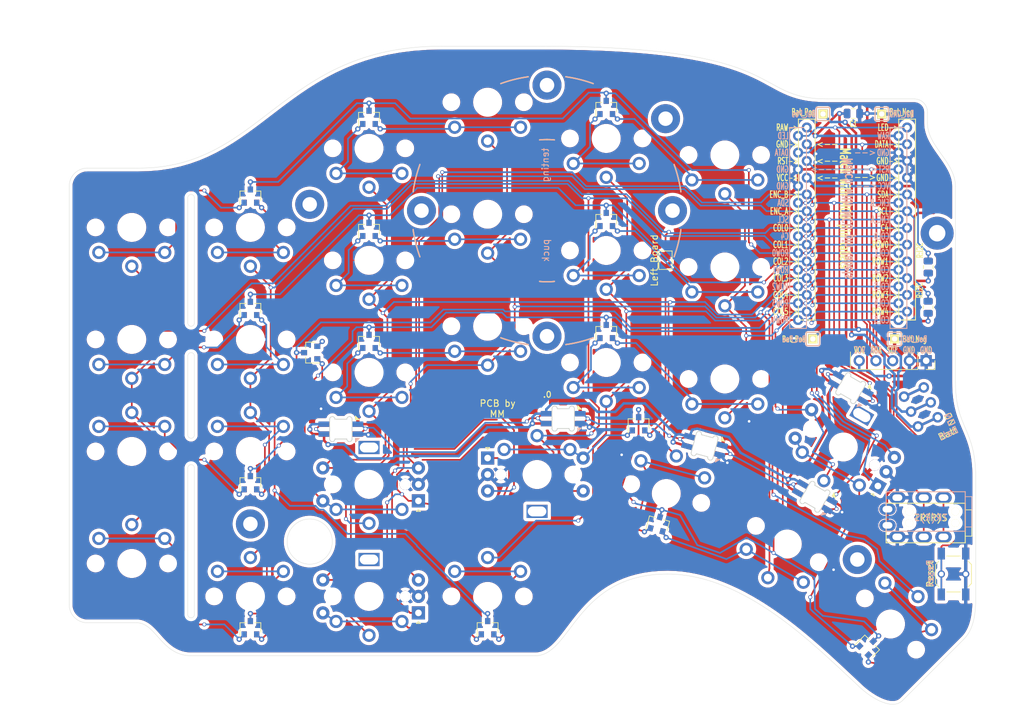
<source format=kicad_pcb>
(kicad_pcb (version 20211014) (generator pcbnew)
  (title_block (title "Hillside56 Keyboard") (date "2022-01-24") (rev "0.1.0-alpha") (company "mmccoyd") (comment 1 "A choc-spaced split keyboard with Ferris column stagger but more thumb and pinky keys."))
  (layers (0 "F.Cu" signal) (31 "B.Cu" signal) (36 "B.SilkS" user "B.Silkscreen") (37 "F.SilkS" user "F.Silkscreen") (38 "B.Mask" user) (39 "F.Mask" user) (44 "Edge.Cuts" user))
  (net 0 "")
  (net 1 "row0")
  (net 2 "col0")
  (net 3 "row1")
  (net 4 "row2")
  (net 5 "col1")
  (net 6 "col2")
  (net 7 "col3")
  (net 8 "row3")
  (net 9 "col4")
  (net 10 "col5")
  (net 11 "GND")
  (net 12 "reset")
  (net 13 "VCC")
  (net 14 "data")
  (net 15 "LED")
  (net 16 "Net-(D1-Pad2)")
  (net 17 "Net-(D2-Pad2)")
  (net 18 "Net-(D3-Pad2)")
  (net 19 "Net-(D4-Pad2)")
  (net 20 "unconnected-(D5-Pad2)")
  (net 21 "SDA")
  (net 22 "SCL")
  (net 23 "unconnected-(J2-PadR2)")
  (net 25 "enc_a")
  (net 26 "enc_b")
  (net 27 "Net-(D7-Pad1)")
  (net 28 "Net-(D7-Pad2)")
  (net 29 "Net-(D8-Pad1)")
  (net 30 "Net-(D8-Pad2)")
  (net 31 "Net-(D9-Pad1)")
  (net 32 "Net-(D9-Pad2)")
  (net 33 "Net-(D13-Pad2)")
  (net 34 "Net-(D13-Pad1)")
  (net 35 "Net-(D11-Pad2)")
  (net 36 "Net-(D11-Pad1)")
  (net 37 "Net-(D14-Pad2)")
  (net 38 "Net-(D14-Pad1)")
  (net 39 "Net-(D10-Pad2)")
  (net 40 "Net-(D10-Pad1)")
  (net 41 "Net-(D12-Pad2)")
  (net 42 "Net-(D12-Pad1)")
  (net 43 "Net-(D15-Pad2)")
  (net 44 "Net-(D15-Pad1)")
  (net 45 "Net-(D16-Pad1)")
  (net 46 "Net-(D16-Pad2)")
  (net 47 "Net-(D18-Pad1)")
  (net 49 "bat+")
  (net 50 "raw")
  (net 51 "VCC_ACC")
  (net 52 "unconnected-(U1-Pad7)")
  (net 53 "row4")
  (net 54 "Net-(D17-Pad1)")
  (net 55 "Net-(D19-Pad1)")
  (net 56 "Net-(D20-Pad1)")
  (net 57 "Net-(D20-Pad2)")
  (net 58 "Net-(D18-Pad2)")
  (net 59 "Net-(D21-Pad1)")
  (net 60 "Net-(D21-Pad2)")
  (net 61 "Net-(D19-Pad2)")
  (footprint "hillside_basic:SK6812-MINI-E" (layer "F.Cu") (at 182.928032 115.138406 -15)
    (fp_text reference "D3")
    (fp_text value "SK6812-MINI-E" hide)
    (fp_line (start -0.9 -1.5) (end 0.9 -1.5) (layer "Edge.Cuts") (width 0.12))
    (fp_line (start 1.7 -1.5) (end 1.7 1.5) (layer "Edge.Cuts") (width 0.12))
    (fp_line (start -1.7 1.5) (end -1.7 -1.5) (layer "Edge.Cuts") (width 0.12))
    (fp_line (start 0.9 1.5) (end -0.9 1.5) (layer "Edge.Cuts") (width 0.12))
    (fp_arc (start -0.9 1.5) (mid -1.3 1.9) (end -1.7 1.5) (layer "Edge.Cuts") (width 0.12))
    (fp_arc (start -1.7 -1.5) (mid -1.3 -1.9) (end -0.9 -1.5) (layer "Edge.Cuts") (width 0.12))
    (fp_arc (start 0.9 -1.5) (mid 1.3 -1.9) (end 1.7 -1.5) (layer "Edge.Cuts") (width 0.12))
    (fp_arc (start 1.7 1.5) (mid 1.3 1.9) (end 0.9 1.5) (layer "Edge.Cuts") (width 0.12))
  )
  (footprint "hillside_basic:SK6812-MINI-E" (layer "F.Cu") (at 127.73 112.61)
    (fp_text reference "D5")
    (fp_text value "SK6812-MINI-E" hide)
    (fp_line (start -1.7 1.5) (end -1.7 -1.5) (layer "Edge.Cuts") (width 0.12))
    (fp_line (start -0.9 -1.5) (end 0.9 -1.5) (layer "Edge.Cuts") (width 0.12))
    (fp_line (start 1.7 -1.5) (end 1.7 1.5) (layer "Edge.Cuts") (width 0.12))
    (fp_line (start 0.9 1.5) (end -0.9 1.5) (layer "Edge.Cuts") (width 0.12))
    (fp_arc (start -1.7 -1.5) (mid -1.3 -1.9) (end -0.9 -1.5) (layer "Edge.Cuts") (width 0.12))
    (fp_arc (start -0.9 1.5) (mid -1.3 1.9) (end -1.7 1.5) (layer "Edge.Cuts") (width 0.12))
    (fp_arc (start 0.9 -1.5) (mid 1.3 -1.9) (end 1.7 -1.5) (layer "Edge.Cuts") (width 0.12))
    (fp_arc (start 1.7 1.5) (mid 1.3 1.9) (end 0.9 1.5) (layer "Edge.Cuts") (width 0.12))
  )
  (footprint "hillside_basic:SK6812-MINI-E" (layer "F.Cu") (at 199.667163 122.878879 -30)
    (fp_text reference "D2")
    (fp_text value "SK6812-MINI-E" hide)
    (fp_line (start -0.9 -1.5) (end 0.9 -1.5) (layer "Edge.Cuts") (width 0.12))
    (fp_line (start -1.7 1.5) (end -1.7 -1.5) (layer "Edge.Cuts") (width 0.12))
    (fp_line (start 1.7 -1.5) (end 1.7 1.5) (layer "Edge.Cuts") (width 0.12))
    (fp_line (start 0.9 1.5) (end -0.9 1.5) (layer "Edge.Cuts") (width 0.12))
    (fp_arc (start 0.9 -1.5) (mid 1.3 -1.9) (end 1.7 -1.5) (layer "Edge.Cuts") (width 0.12))
    (fp_arc (start -1.7 -1.5) (mid -1.3 -1.9) (end -0.9 -1.5) (layer "Edge.Cuts") (width 0.12))
    (fp_arc (start -0.9 1.5) (mid -1.3 1.9) (end -1.7 1.5) (layer "Edge.Cuts") (width 0.12))
    (fp_arc (start 1.7 1.5) (mid 1.3 1.9) (end 0.9 1.5) (layer "Edge.Cuts") (width 0.12))
  )
  (footprint "hillside:MJ-4PP-9" (layer "F.Cu") (at 210.48 126.86 90)
    (fp_text reference "J2")
    (fp_text value "TRRS" hide)
  )
  (footprint "hillside:ProMicro_v2" (layer "F.Cu") (at 206 81.32)
    (fp_text reference "U1" hide)
    (fp_text value "ProMicro_r" hide)
  )
  (footprint "hillside:Tenting_Puck" (layer "F.Cu") (at 159.01 79.46)
    (fp_text reference "H1")
    (fp_text value "Mount_Tenting")
  )
  (footprint "hillside:pg1350-DR_rotary" (layer "F.Cu") (at 132 116.5 180)
    (fp_text reference "K22")
    (fp_text value "SW_Rotary" hide)
  )
  (footprint "hillside_basic:VIA-0.8mm" (layer "F.Cu") (at 196.5 98.82)
    (fp_text reference "V2" hide)
    (fp_text value "Via" hide)
  )
  (footprint "hillside_basic:SOT-23" (layer "F.Cu") (at 114 77.25 90)
    (fp_text reference "D7" hide)
    (fp_text value "BAV70" hide)
  )
  (footprint "hillside_basic:SOT-23" (layer "F.Cu") (at 114 120.75 90)
    (fp_text reference "D13" hide)
    (fp_text value "BAV70" hide)
  )
  (footprint "hillside:pg1350-R" (layer "F.Cu") (at 96 116)
    (fp_text reference "K13")
    (fp_text value "SW_Key" hide)
  )
  (footprint "hillside:pg1350-R" (layer "F.Cu") (at 114 116)
    (fp_text reference "K14")
    (fp_text value "SW_Key" hide)
  )
  (footprint "hillside_basic:SOT-23" (layer "F.Cu") (at 132 65.3 90)
    (fp_text reference "D8" hide)
    (fp_text value "BAV70" hide)
  )
  (footprint "hillside_basic:SOT-23" (layer "F.Cu") (at 114 94.3 90)
    (fp_text reference "D10" hide)
    (fp_text value "BAV70" hide)
  )
  (footprint "hillside:pg1350-R" (layer "F.Cu") (at 96 82 180)
    (fp_text reference "K1")
    (fp_text value "SW_Key" hide)
  )
  (footprint "hillside:pg1350-R" (layer "F.Cu") (at 132 70 180)
    (fp_text reference "K3")
    (fp_text value "SW_Key" hide)
  )
  (footprint "hillside:pg1350-R" (layer "F.Cu") (at 150 63 180)
    (fp_text reference "K4")
    (fp_text value "SW_Key" hide)
  )
  (footprint "hillside:pg1350-R" (layer "F.Cu") (at 114 99 180)
    (fp_text reference "K8")
    (fp_text value "SW_Key" hide)
  )
  (footprint "hillside_basic:SOT-23" (layer "F.Cu") (at 132 82.3 90)
    (fp_text reference "D11" hide)
    (fp_text value "BAV70" hide)
  )
  (footprint "hillside:pg1350-R" (layer "F.Cu") (at 132 87 180)
    (fp_text reference "K9")
    (fp_text value "SW_Key" hide)
  )
  (footprint "hillside:pg1350-R" (layer "F.Cu") (at 150 80 180)
    (fp_text reference "K10")
    (fp_text value "SW_Key" hide)
  )
  (footprint "hillside:pg1350-R" (layer "F.Cu") (at 132 104 180)
    (fp_text reference "K15")
    (fp_text value "SW_Key" hide)
  )
  (footprint "hillside:pg1350-R" (layer "F.Cu") (at 150 97 180)
    (fp_text reference "K16")
    (fp_text value "SW_Key" hide)
  )
  (footprint "hillside_basic:SOT-23" (layer "F.Cu") (at 132 99.3 90)
    (fp_text reference "D14" hide)
    (fp_text value "BAV70" hide)
  )
  (footprint "hillside_basic:SOT-23" (layer "F.Cu") (at 168 63.8 90)
    (fp_text reference "D9" hide)
    (fp_text value "BAV70" hide)
  )
  (footprint "hillside_basic:SOT-23" (layer "F.Cu") (at 168 80.8 90)
    (fp_text reference "D12" hide)
    (fp_text value "BAV70" hide)
  )
  (footprint "hillside_basic:SOT-23" (layer "F.Cu") (at 168 97.8 90)
    (fp_text reference "D15" hide)
    (fp_text value "BAV70" hide)
  )
  (footprint "hillside:pg1350-R" (layer "F.Cu") (at 168 68.5 180)
    (fp_text reference "K5")
    (fp_text value "SW_Key" hide)
  )
  (footprint "hillside:pg1350-R" (layer "F.Cu") (at 186 71 180)
    (fp_text reference "K6")
    (fp_text value "SW_Key" hide)
  )
  (footprint "hillside:pg1350-R" (layer "F.Cu") (at 168 85.5 180)
    (fp_text reference "K11")
    (fp_text value "SW_Key" hide)
  )
  (footprint "hillside:pg1350-R" (layer "F.Cu") (at 186 88 180)
    (fp_text reference "K12")
    (fp_text value "SW_Key" hide)
  )
  (footprint "hillside:pg1350-R" (layer "F.Cu") (at 168 102.5 180)
    (fp_text reference "K17")
    (fp_text value "SW_Key" hide)
  )
  (footprint "hillside:pg1350-R" (layer "F.Cu") (at 186 105 180)
    (fp_text reference "K18")
    (fp_text value "SW_Key" hide)
  )
  (footprint "hillside:pg1350-DR_rotary" (layer "F.Cu") (at 157.5 124)
    (fp_text reference "K25")
    (fp_text value "SW_Key" hide)
  )
  (footprint "hillside:pg1350-R" (layer "F.Cu") (at 114 82 180)
    (fp_text reference "K2")
    (fp_text value "SW_Key" hide)
  )
  (footprint "hillside_basic:SOT-23" (layer "F.Cu") (at 175.893551 126.926517 75)
    (fp_text reference "D20" hide)
    (fp_text value "BAV70" hide)
  )
  (footprint "hillside:pg1350-R" (layer "F.Cu") (at 195.478277 130.04992 150)
    (fp_text reference "K27")
    (fp_text value "SW_Key" hide)
  )
  (footprint "hillside_basic:SOT-23" (layer "F.Cu") (at 207.816946 145.51465 45)
    (fp_text reference "D21" hide)
    (fp_text value "BAV70" hide)
  )
  (footprint "hillside_basic:SOT-23" (layer "F.Cu") (at 172.91 111.8 90)
    (fp_text reference "D19" hide)
    (fp_text value "BAV70" hide)
  )
  (footprint "hillside:pg1350-DR_rotary" (layer "F.Cu") (at 206.228277 111.430374 150)
    (fp_text reference "K19")
    (fp_text value "SW_Rotary" hide)
  )
  (footprint "hillside:pg1350-R" (layer "F.Cu") (at 211.140348 142.191248 -45)
    (fp_text reference "K28")
    (fp_text value "SW_Key" hide)
  )
  (footprint "hillside_basic:SK6812-MINI-E" (layer "F.Cu") (at 161.468488 111.015922)
    (fp_text reference "D4")
    (fp_text value "SK6812-MINI-E" hide)
    (fp_line (start 1.7 -1.5) (end 1.7 1.5) (layer "Edge.Cuts") (width 0.12))
    (fp_line (start 0.9 1.5) (end -0.9 1.5) (layer "Edge.Cuts") (width 0.12))
    (fp_line (start -0.9 -1.5) (end 0.9 -1.5) (layer "Edge.Cuts") (width 0.12))
    (fp_line (start -1.7 1.5) (end -1.7 -1.5) (layer "Edge.Cuts") (width 0.12))
    (fp_arc (start 0.9 -1.5) (mid 1.3 -1.9) (end 1.7 -1.5) (layer "Edge.Cuts") (width 0.12))
    (fp_arc (start -0.9 1.5) (mid -1.3 1.9) (end -1.7 1.5) (layer "Edge.Cuts") (width 0.12))
    (fp_arc (start 1.7 1.5) (mid 1.3 1.9) (end 0.9 1.5) (layer "Edge.Cuts") (width 0.12))
    (fp_arc (start -1.7 -1.5) (mid -1.3 -1.9) (end -0.9 -1.5) (layer "Edge.Cuts") (width 0.12))
  )
  (footprint "hillside_basic:SK6812-MINI-E" (layer "F.Cu") (at 205.101456 106.392398 -30)
    (fp_text reference "D1")
    (fp_text value "SK6812-MINI-E" hide)
    (fp_line (start 1.7 -1.5) (end 1.7 1.5) (layer "Edge.Cuts") (width 0.12))
    (fp_line (start -0.9 -1.5) (end 0.9 -1.5) (layer "Edge.Cuts") (width 0.12))
    (fp_line (start 0.9 1.5) (end -0.9 1.5) (layer "Edge.Cuts") (width 0.12))
    (fp_line (start -1.7 1.5) (end -1.7 -1.5) (layer "Edge.Cuts") (width 0.12))
    (fp_arc (start -0.9 1.5) (mid -1.3 1.9) (end -1.7 1.5) (layer "Edge.Cuts") (width 0.12))
    (fp_arc (start -1.7 -1.5) (mid -1.3 -1.9) (end -0.9 -1.5) (layer "Edge.Cuts") (width 0.12))
    (fp_arc (start 0.9 -1.5) (mid 1.3 -1.9) (end 1.7 -1.5) (layer "Edge.Cuts") (width 0.12))
    (fp_arc (start 1.7 1.5) (mid 1.3 1.9) (end 0.9 1.5) (layer "Edge.Cuts") (width 0.12))
  )
  (footprint "hillside_basic:1pin_conn" (layer "F.Cu") (at 209.8 64.79)
    (fp_text reference "J4")
    (fp_text value "Bat_Neg")
  )
  (footprint "Jumper:SolderJumper-2_P1.3mm_Bridged_RoundedPad1.0x1.5mm" (layer "F.Cu") (at 218.23 77.78 -90)
    (fp_text reference "JP1")
    (fp_text value "VccJumper")
  )
  (footprint "hillside_basic:R_0805_2012Metric" (layer "F.Cu") (at 216.87 88.02 90)
    (fp_text reference "R2")
    (fp_text value "R:I2C")
  )
  (footprint "hillside:Pimoroni_Haptic" (layer "F.Cu") (at 211.47 91.1275)
    (fp_text reference "J1" hide)
    (fp_text value "Haptic" hide)
  )
  (footprint "hillside_basic:VIA-0.8mm" (layer "F.Cu") (at 124.72 109.52 90)
    (fp_text reference "V3" hide)
    (fp_text value "Via" hide)
  )
  (footprint "hillside_basic:VIA-0.8mm" (layer "F.Cu") (at 202.5 133.95)
    (fp_text reference "V4" hide)
    (fp_text value "Via" hide)
  )
  (footprint "hillside_basic:VIA-0.8mm" (layer "F.Cu") (at 170.34 116.51)
    (fp_text reference "V5" hide)
    (fp_text value "Via" hide)
  )
  (footprint "hillside_basic:C_0805_2012Metric" (layer "F.Cu") (at 205.5 64.72)
    (fp_text reference "C1")
    (fp_text value "4u7")
  )
  (footprint "hillside_basic:SW_SPST_SKQG_WithStem" (layer "F.Cu") (at 220.7 134.6 90)
    (fp_text reference "SW1")
    (fp_text value "Reset")
  )
  (footprint "hillside:pg1350-R" (layer "F.Cu") (at 96 99 180)
    (fp_text reference "K7")
    (fp_text value "SW_Key" hide)
  )
  (footprint "hillside_basic:SW_SPDT_JS202011AQN" (layer "F.Cu") (at 215.75 109.25 -65)
    (fp_text reference "SW2")
    (fp_text value "SW_Power" hide)
  )
  (footprint "hillside:Hillside_Logo" (layer "F.Cu") (at 145.11 118.87)
    (fp_text reference "H3")
    (fp_text value "Logo")
  )
  (footprint "hillside:MountingHole_2.2mm_with_PCB_insert_rings" (layer "F.Cu") (at 123 78.5)
    (fp_text reference "H4" hide)
    (fp_text value "MountHole" hide)
  )
  (footprint "hillside:MountingHole_2.2mm_with_PCB_insert_rings" (layer "F.Cu") (at 114 127)
    (fp_text reference "H5" hide)
    (fp_text value "MountHole" hide)
  )
  (footprint "hillside:MountingHole_2.2mm_with_PCB_insert_rings" (layer "F.Cu") (at 206.1 132.4)
    (fp_text reference "H6" hide)
    (fp_text value "MountHole" hide)
  )
  (footprint "hillside:MountingHole_2.2mm_with_PCB_insert_rings" (layer "F.Cu") (at 177 65.5)
    (fp_text reference "H7" hide)
    (fp_text value "MountHole" hide)
  )
  (footprint "hillside_basic:R_0805_2012Metric" (layer "F.Cu") (at 216.845 94.12 90)
    (fp_text reference "R1")
    (fp_text value "R:I2C")
  )
  (footprint "hillside_basic:1pin_conn" (layer "F.Cu") (at 200.9 64.79)
    (fp_text reference "J3")
    (fp_text value "Bat_Pos")
  )
  (footprint "hillside:Bumpon" (layer "F.Cu") (at 92.4 77.3)
    (fp_text reference "H10" hide)
    (fp_text value "Bumpon")
  )
  (footprint "hillside_basic:1pin_conn" (layer "F.Cu") (at 199.35 98.92)
    (fp_text reference "J5")
    (fp_text value "Bat_Pos")
  )
  (footprint "hillside:Bumpon" (layer "F.Cu") (at 139.8 60.8)
    (fp_text reference "H14" hide)
    (fp_text value "Bumpon")
  )
  (footprint "hillside:Bumpon" (layer "F.Cu") (at 160.2 135.7)
    (fp_text reference "H8" hide)
    (fp_text value "Bumpon")
  )
  (footprint "hillside:Bumpon" (layer "F.Cu") (at 210.35 148.1)
    (fp_text reference "H16" hide)
    (fp_text value "Bumpon")
  )
  (footprint "hillside:Bumpon" (layer "F.Cu") (at 205.5 71)
    (fp_text reference "H21" hide)
    (fp_text value "Bumpon")
  )
  (footprint "Jumper:SolderJumper-2_P1.3mm_Open_TrianglePad1.0x1.5mm" (layer "F.Cu") (at 177 86.975 -90)
    (fp_text reference "JP2")
    (fp_text value "Left_Board")
  )
  (footprint "hillside:Bumpon" (layer "F.Cu") (at 205.5 95.6)
    (fp_text reference "H22" hide)
    (fp_text value "Bumpon")
  )
  (footprint "hillside_basic:1pin_conn" (layer "F.Cu") (at 211.76 98.92 180)
    (fp_text reference "J6")
    (fp_text value "Bat_Neg")
  )
  (footprint "hillside:Bumpon" (layer "F.Cu") (at 103.35 137.8)
    (fp_text reference "H2" hide)
    (fp_text value "Bumpon")
  )
  (footprint "hillside:Bumpon" (layer "F.Cu") (at 218.9 134.1)
    (fp_text reference "H18" hide)
    (fp_text value "Bumpon")
  )
  (footprint "hillside_basic:SOT-23" (layer "F.Cu") (at 114 142.75 90)
    (fp_text reference "D16" hide)
    (fp_text value "BAV70" hide)
  )
  (footprint "hillside_basic:SOT-23" (layer "F.Cu") (at 150 142.75 90)
    (fp_text reference "D18" hide)
    (fp_text value "BAV70" hide)
  )
  (footprint "hillside:Bumpon" (layer "F.Cu") (at 91.9 91.1)
    (fp_text reference "H13" hide)
    (fp_text value "Bumpon")
  )
  (footprint "hillside:pg1350-R" (layer "F.Cu") (at 114 138)
    (fp_text reference "K21")
    (fp_text value "SW_Key" hide)
  )
  (footprint "hillside:Bumpon" (layer "F.Cu") (at 92.5 137.7)
    (fp_text reference "H17" hide)
    (fp_text value "Bumpon")
  )
  (footprint "hillside:Bumpon" (layer "F.Cu") (at 202.25 139.25)
    (fp_text reference "H19" hide)
    (fp_text value "Bumpon")
  )
  (footprint "hillside:Bumpon" (layer "F.Cu") (at 104.45 141)
    (fp_text reference "H11" hide)
    (fp_text value "Bumpon")
  )
  (footprint "hillside:pg1350-R" (layer "F.Cu") (at 150 138)
    (fp_text reference "K24")
    (fp_text value "SW_Key" hide)
  )
  (footprint "hillside:Bumpon" (layer "F.Cu") (at 92.95 122.7)
    (fp_text reference "H12" hide)
    (fp_text value "Bumpon")
  )
  (footprint "hillside:pg1350-R" (layer "F.Cu") (at 177.110001 122.386666 -15)
    (fp_text reference "K26")
    (fp_text value "SW_Key" hide)
  )
  (footprint "hillside:Bumpon" (layer "F.Cu") (at 92.55 91.8)
    (fp_text reference "H9" hide)
    (fp_text value "Bumpon")
  )
  (footprint "hillside:Bumpon" (layer "F.Cu") (at 105 78.2)
    (fp_text reference "H15" hide)
    (fp_text value "Bumpon")
  )
  (footprint "hillside:pg1350-R" (layer "F.Cu") (at 96 133)
    (fp_text reference "K20")
    (fp_text value "SW_Key" hide)
  )
  (footprint "hillside_basic:SOT-23" (layer "F.Cu") (at 123.15 101 180)
    (fp_text reference "D17" hide)
    (fp_text value "BAV70" hide)
  )
  (footprint "hillside_basic:VIA-0.8mm" (layer "F.Cu") (at 189.68 111.43)
    (fp_text reference "V1" hide)
    (fp_text value "Via" hide)
  )
  (footprint "hillside:pg1350-DR_rotary" (layer "F.Cu") (at 132 133.5 180)
    (fp_text reference "K23")
    (fp_text value "SW_Rotary" hide)
  )
  (footprint "hillside:Bumpon" (layer "F.Cu") (at 166.3 60.8)
    (fp_text reference "H20" hide)
    (fp_text value "Bumpon")
  )
  (gr_line (start 157.75 54.5) (end 143.01 54.5) (layer "Edge.Cuts") (width 0.05))
  (gr_line (start 222.226474 144.533863) (end 212.945238 153.817984) (layer "Edge.Cuts") (width 0.05))
  (gr_line (start 86.5 75.75) (end 86.5 139.25) (layer "Edge.Cuts") (width 0.05))
  (gr_arc (start 214.75 62.5) (mid 216.164214 63.085786) (end 216.75 64.5) (layer "Edge.Cuts") (width 0.05))
  (gr_line (start 224.075326 138.290747) (end 224.075326 119.966984) (layer "Edge.Cuts") (width 0.05))
  (gr_arc (start 104.5 101.5) (mid 105 101) (end 105.5 101.5) (layer "Edge.Cuts") (width 0.05))
  (gr_line (start 105.5 101.5) (end 105.5 113.5) (layer "Edge.Cuts") (width 0.05))
  (gr_line (start 221 105.51) (end 221 75.795534) (layer "Edge.Cuts") (width 0.05))
  (gr_line (start 104.5 96.5) (end 104.5 77.5) (layer "Edge.Cuts") (width 0.05))
  (gr_curve (pts (xy 201.55 62.5) (xy 189.65 62.5) (xy 196.55 54.5) (xy 157.75 54.5)) (layer "Edge.Cuts") (width 0.05))
  (gr_curve (pts (xy 143.01 54.5) (xy 118.5 54.5) (xy 115.9 73.2) (xy 96.8 73)) (layer "Edge.Cuts") (width 0.05))
  (gr_line (start 105.5 77.5) (end 105.5 96.5) (layer "Edge.Cuts") (width 0.05))
  (gr_curve (pts (xy 222.226474 144.533863) (xy 223.92 142.91) (xy 224.07 140.14) (xy 224.075326 138.290747)) (layer "Edge.Cuts") (width 0.05))
  (gr_line (start 96.8 73) (end 89.25 73) (layer "Edge.Cuts") (width 0.05))
  (gr_curve (pts (xy 206.265 151.58) (xy 199.41 145.21) (xy 189.05 134.7) (xy 177.35 134.6)) (layer "Edge.Cuts") (width 0.05))
  (gr_curve (pts (xy 221 75.795534) (xy 221 72.05) (xy 216.75 69.75) (xy 216.75 66.16)) (layer "Edge.Cuts") (width 0.05))
  (gr_arc (start 104.5 77.5) (mid 105 77) (end 105.5 77.5) (layer "Edge.Cuts") (width 0.05))
  (gr_line (start 96.75 142) (end 89.25 142) (layer "Edge.Cuts") (width 0.05))
  (gr_line (start 104.5 140.75) (end 104.5 118.5) (layer "Edge.Cuts") (width 0.05))
  (gr_line (start 216.75 64.5) (end 216.75 66.16) (layer "Edge.Cuts") (width 0.05))
  (gr_curve (pts (xy 177.35 134.6) (xy 163.35 134.6) (xy 162.75 147) (xy 157.25 147)) (layer "Edge.Cuts") (width 0.05))
  (gr_arc (start 89.25 142) (mid 87.305453 141.194547) (end 86.5 139.25) (layer "Edge.Cuts") (width 0.05))
  (gr_curve (pts (xy 224.075326 119.966984) (xy 224.075326 112.5) (xy 221 112.5) (xy 221 105.51)) (layer "Edge.Cuts") (width 0.05))
  (gr_curve (pts (xy 96.75 142) (xy 99.7 142) (xy 100.5 147) (xy 105 147)) (layer "Edge.Cuts") (width 0.05))
  (gr_arc (start 105.5 140.75) (mid 105 141.25) (end 104.5 140.75) (layer "Edge.Cuts") (width 0.05))
  (gr_line (start 104.5 113.5) (end 104.5 101.5) (layer "Edge.Cuts") (width 0.05))
  (gr_line (start 105.5 118.5) (end 105.5 140.75) (layer "Edge.Cuts") (width 0.05))
  (gr_line (start 125.675 147) (end 105 147) (layer "Edge.Cuts") (width 0.05))
  (gr_circle (center 123 129.679) (end 126.429 129.679) (layer "Edge.Cuts") (width 0.05) (fill none))
  (gr_line (start 138.625 147) (end 125.675 147) (layer "Edge.Cuts") (width 0.05))
  (gr_arc (start 104.5 118.5) (mid 105 118) (end 105.5 118.5) (layer "Edge.Cuts") (width 0.05))
  (gr_line (start 214.75 62.5) (end 201.55 62.5) (layer "Edge.Cuts") (width 0.05))
  (gr_arc (start 105.5 96.5) (mid 105 97) (end 104.5 96.5) (layer "Edge.Cuts") (width 0.05))
  (gr_line (start 157.25 147) (end 138.625 147) (layer "Edge.Cuts") (width 0.05))
  (gr_arc (start 105.5 113.5) (mid 105 114) (end 104.5 113.5) (layer "Edge.Cuts") (width 0.05))
  (gr_curve (pts (xy 212.945238 153.817984) (xy 211.22 155.48) (xy 207.69 153.02) (xy 206.265 151.58)) (layer "Edge.Cuts") (width 0.05))
  (gr_arc (start 86.5 75.75) (mid 87.305453 73.805453) (end 89.25 73) (layer "Edge.Cuts") (width 0.05))
  (gr_text "Hillside56 0.1" (at 150 106.9) (layer "F.Cu") (effects (font (size 1.8 1.6) (thickness 0.24))))
  (gr_text ".0" (at 158.31 107.37) (layer "F.SilkS") (effects (font (size 0.9 0.9) (thickness 0.153)) (justify left)))
  (gr_text "PCB by\n  MM" (at 148.7 109.51) (layer "F.SilkS") (effects (font (size 1 1) (thickness 0.153)) (justify left)))
  (segment (start 189.99 84.59) (end 190 84.59) (width 0.254) (layer "F.Cu") (net 1))
  (segment (start 198.29532 85.908412) (end 198.278908 85.892) (width 0.254) (layer "F.Cu") (net 1))
  (segment (start 198.278908 85.892) (end 197.11 85.892) (width 0.254) (layer "F.Cu") (net 1))
  (segment (start 189.639998 84.239998) (end 189.99 84.59) (width 0.254) (layer "F.Cu") (net 1))
  (segment (start 189.639998 73.299998) (end 189.639998 84.239998) (width 0.254) (layer "F.Cu") (net 1))
  (via (at 189.639998 73.299998) (size 0.6) (drill 0.4) (layers "F.Cu" "B.Cu") (net 1))
  (via (at 190 84.59) (size 0.6) (drill 0.4) (layers "F.Cu" "B.Cu") (net 1))
  (via (at 198.29532 85.908412) (size 0.6) (drill 0.4) (layers "F.Cu" "B.Cu") (net 1))
  (segment (start 114 75.1) (end 118.21 75.1) (width 0.254) (layer "B.Cu") (net 1))
  (segment (start 190 84.59) (end 191.302 85.892) (width 0.254) (layer "B.Cu") (net 1))
  (segment (start 138.282999 65.472999) (end 135.96 63.15) (width 0.254) (layer "B.Cu") (net 1))
  (segment (start 191.302 85.892) (end 197.11 85.892) (width 0.254) (layer "B.Cu") (net 1))
  (segment (start 165.32 61.55) (end 161.397001 65.472999) (width 0.254) (layer "B.Cu") (net 1))
  (segment (start 198.689376 85.908412) (end 199.975788 84.622) (width 0.254) (layer "B.Cu") (net 1))
  (segment (start 189.639996 73.3) (end 181.02 73.3) (width 0.254) (layer "B.Cu") (net 1))
  (segment (start 169.37 61.65) (end 168 61.65) (width 0.254) (layer "B.Cu") (net 1))
  (segment (start 161.397001 65.472999) (end 138.282999 65.472999) (width 0.254) (layer "B.Cu") (net 1))
  (segment (start 198.29532 85.908412) (end 198.689376 85.908412) (width 0.254) (layer "B.Cu") (net 1))
  (segment (start 189.639998 73.299998) (end 189.639996 73.3) (width 0.254) (layer "B.Cu") (net 1))
  (segment (start 199.975788 84.622) (end 213.6564 84.622) (width 0.254) (layer "B.Cu") (net 1))
  (segment (start 118.21 75.1) (end 130.16 63.15) (width 0.254) (layer "B.Cu") (net 1))
  (segment (start 168 61.65) (end 167.9 61.55) (width 0.254) (layer "B.Cu") (net 1))
  (segment (start 181.02 73.3) (end 169.37 61.65) (width 0.254) (layer "B.Cu") (net 1))
  (segment (start 130.16 63.15) (end 132 63.15) (width 0.254) (layer "B.Cu") (net 1))
  (segment (start 135.96 63.15) (end 132 63.15) (width 0.254) (layer "B.Cu") (net 1))
  (segment (start 167.9 61.55) (end 165.32 61.55) (width 0.254) (layer "B.Cu") (net 1))
  (segment (start 99.3 97.5) (end 99.3 91.2) (width 0.254) (layer "F.Cu") (net 2))
  (segment (start 199.271264 82.916864) (end 198.4364 82.082) (width 0.254) (layer "F.Cu") (net 2))
  (segment (start 177.4965 82.6835) (end 177.5 82.6835) (width 0.254) (layer "F.Cu") (net 2))
  (segment (start 106.8 97.7) (end 107 97.7) (width 0.254) (layer "F.Cu") (net 2))
  (segment (start 96 110.1) (end 96 104.9) (width 0.254) (layer "F.Cu") (net 2))
  (segment (start 177 86.25) (end 177 83.18) (width 0.254) (layer "F.Cu") (net 2))
  (segment (start 99.21 113.31) (end 99.21 123.89) (width 0.254) (layer "F.Cu") (net 2))
  (segment (start 99.3 91.2) (end 96 87.9) (width 0.254) (layer "F.Cu") (net 2))
  (segment (start 99.5 97.7) (end 106.8 97.7) (width 0.254) (layer "F.Cu") (net 2))
  (segment (start 99.3 97.5) (end 99.5 97.7) (width 0.254) (layer "F.Cu") (net 2))
  (segment (start 96 104.9) (end 99.3 101.6) (width 0.254) (layer "F.Cu") (net 2))
  (segment (start 99.21 123.89) (end 96 127.1) (width 0.254) (layer "F.Cu") (net 2))
  (segment (start 177 83.18) (end 177.4965 82.6835) (width 0.254) (layer "F.Cu") (net 2))
  (segment (start 96 110.1) (end 99.21 113.31) (width 0.254) (layer "F.Cu") (net 2))
  (segment (start 99.3 101.6) (end 99.3 97.5) (width 0.254) (layer "F.Cu") (net 2))
  (segment (start 199.271264 83.67253) (end 199.271264 82.916864) (width 0.254) (layer "F.Cu") (net 2))
  (via (at 177.5 82.6835) (size 0.6) (drill 0.4) (layers "F.Cu" "B.Cu") (net 2))
  (via (at 107 97.7) (size 0.6) (drill 0.4) (layers "F.Cu" "B.Cu") (net 2))
  (via (at 199.271264 83.67253) (size 0.6) (drill 0.4) (layers "F.Cu" "B.Cu") (net 2))
  (segment (start 107 97.7) (end 114.2 90.5) (width 0.254) (layer "B.Cu") (net 2))
  (segment (start 134.57 78.72) (end 138.35 74.94) (width 0.254) (layer "B.Cu") (net 2))
  (segment (start 171.051374 76.95) (end 176.784874 82.6835) (width 0.254) (layer "B.Cu") (net 2))
  (segment (start 199.271264 83.67253) (end 199.591794 83.352) (width 0.254) (layer "B.Cu") (net 2))
  (segment (start 164.32 76.95) (end 171.051374 76.95) (width 0.254) (layer "B.Cu") (net 2))
  (segment (start 129.21 78.72) (end 134.57 78.72) (width 0.254) (layer "B.Cu") (net 2))
  (segment (start 120.92 86.99) (end 120.94 86.99) (width 0.254) (layer "B.Cu") (net 2))
  (segment (start 138.35 74.94) (end 162.31 74.94) (width 0.254) (layer "B.Cu") (net 2))
  (segment (start 192.918 82.082) (end 198.4364 82.082) (width 0.254) (layer "B.Cu") (net 2))
  (segment (start 114.2 90.5) (end 117.42 90.5) (width 0.254) (layer "B.Cu") (net 2))
  (segment (start 192.14352 82.85648) (end 192.918 82.082) (width 0.254) (layer "B.Cu") (net 2))
  (segment (start 162.31 74.94) (end 164.32 76.95) (width 0.254) (layer "B.Cu") (net 2))
  (segment (start 120.92 87) (end 120.92 86.99) (width 0.254) (layer "B.Cu") (net 2))
  (segment (start 176.784874 82.6835) (end 177.5 82.6835) (width 0.254) (layer "B.Cu") (net 2))
  (segment (start 177.67298 82.85648) (end 192.14352 82.85648) (width 0.254) (layer "B.Cu") (net 2))
  (segment (start 177.5 82.6835) (end 177.67298 82.85648) (width 0.254) (layer "B.Cu") (net 2))
  (segment (start 120.94 86.99) (end 129.21 78.72) (width 0.254) (layer "B.Cu") (net 2))
  (segment (start 117.42 90.5) (end 120.92 87) (width 0.254) (layer "B.Cu") (net 2))
  (segment (start 199.591794 83.352) (end 212.35 83.352) (width 0.254) (layer "B.Cu") (net 2))
  (segment (start 193.828 88.432) (end 197.11 88.432) (width 0.254) (layer "F.Cu") (net 3))
  (segment (start 197.11 88.432) (end 198.283855 88.432) (width 0.254) (layer "F.Cu") (net 3))
  (segment (start 198.283855 88.432) (end 198.299773 88.447918) (width 0.254) (layer "F.Cu") (net 3))
  (segment (start 191.92 90.34) (end 193.828 88.432) (width 0.254) (layer "F.Cu") (net 3))
  (via (at 191.92 90.34) (size 0.6) (drill 0.4) (layers "F.Cu" "B.Cu") (net 3))
  (via (at 198.299773 88.447918) (size 0.6) (drill 0.4) (layers "F.Cu" "B.Cu") (net 3))
  (segment (start 198.68987 88.447918) (end 199.975788 87.162) (width 0.254) (layer "B.Cu") (net 3))
  (segment (start 118.48 92.15) (end 114 92.15) (width 0.254) (layer "B.Cu") (net 3))
  (segment (start 168 78.65) (end 167.99 78.64) (width 0.254) (layer "B.Cu") (net 3))
  (segment (start 167.99 78.64) (end 163.353796 78.64) (width 0.254) (layer "B.Cu") (net 3))
  (segment (start 132 80.15) (end 130.48 80.15) (width 0.254) (layer "B.Cu") (net 3))
  (segment (start 163.353796 78.64) (end 160.713796 76) (width 0.254) (layer "B.Cu") (net 3))
  (segment (start 169.1 78.65) (end 168 78.65) (width 0.254) (layer "B.Cu") (net 3))
  (segment (start 180.79 90.34) (end 169.1 78.65) (width 0.254) (layer "B.Cu") (net 3))
  (segment (start 135.17 80.15) (end 132 80.15) (width 0.254) (layer "B.Cu") (net 3))
  (segment (start 130.48 80.15) (end 118.48 92.15) (width 0.254) (layer "B.Cu") (net 3))
  (segment (start 139.32 76) (end 135.17 80.15) (width 0.254) (layer "B.Cu") (net 3))
  (segment (start 198.299773 88.447918) (end 198.68987 88.447918) (width 0.254) (layer "B.Cu") (net 3))
  (segment (start 191.92 90.34) (end 180.79 90.34) (width 0.254) (layer "B.Cu") (net 3))
  (segment (start 160.713796 76) (end 139.32 76) (width 0.254) (layer "B.Cu") (net 3))
  (segment (start 199.975788 87.162) (end 213.6564 87.162) (width 0.254) (layer "B.Cu") (net 3))
  (segment (start 120.75 108) (end 120.75 112.65) (width 0.254) (layer "F.Cu") (net 4))
  (segment (start 194.25 95.25) (end 194.25 92.47) (width 0.254) (layer "F.Cu") (net 4))
  (segment (start 124.25 104.5) (end 120.75 108) (width 0.254) (layer "F.Cu") (net 4))
  (segment (start 198.25 90.99) (end 198.232 90.972) (width 0.254) (layer "F.Cu") (net 4))
  (segment (start 194.25 92.47) (end 195.748 90.972) (width 0.254) (layer "F.Cu") (net 4))
  (segment (start 118.4 115.019989) (end 118.299989 115.12) (width 0.254) (layer "F.Cu") (net 4))
  (segment (start 118.4 115) (end 118.4 115.019989) (width 0.254) (layer "F.Cu") (net 4))
  (segment (start 198.232 90.972) (end 197.11 90.972) (width 0.254) (layer "F.Cu") (net 4))
  (segment (start 120.75 112.65) (end 118.4 115) (width 0.254) (layer "F.Cu") (net 4))
  (segment (start 195.748 90.972) (end 197.11 90.972) (width 0.254) (layer "F.Cu") (net 4))
  (via (at 124.25 104.5) (size 0.6) (drill 0.4) (layers "F.Cu" "B.Cu") (net 4))
  (via (at 198.25 90.99) (size 0.6) (drill 0.4) (layers "F.Cu" "B.Cu") (net 4))
  (via (at 118.299989 115.12) (size 0.6) (drill 0.4) (layers "F.Cu" "B.Cu") (net 4))
  (via (at 194.25 95.25) (size 0.6) (drill 0.4) (layers "F.Cu" "B.Cu") (net 4))
  (segment (start 130.1 97.15) (end 132 97.15) (width 0.254) (layer "B.Cu") (net 4))
  (segment (start 118.299989 115.12) (end 114.819989 118.6) (width 0.254) (layer "B.Cu") (net 4))
  (segment (start 199.975788 89.702) (end 213.6564 89.702) (width 0.254) (layer "B.Cu") (net 4))
  (segment (start 194.25 95.25) (end 194.25 95.5) (width 0.254) (layer "B.Cu") (net 4))
  (segment (start 132 97.15) (end 141.46 97.15) (width 0.254) (layer "B.Cu") (net 4))
  (segment (start 152.173479 94.923479) (end 152.9 95.65) (width 0.254) (layer "B.Cu") (net 4))
  (segment (start 152.9 95.65) (end 168 95.65) (width 0.254) (layer "B.Cu") (net 4))
  (segment (start 114.819989 118.6) (end 114 118.6) (width 0.254) (layer "B.Cu") (net 4))
  (segment (start 198.687788 90.99) (end 199.975788 89.702) (width 0.254) (layer "B.Cu") (net 4))
  (segment (start 143.686521 94.923479) (end 152.173479 94.923479) (width 0.254) (layer "B.Cu") (net 4))
  (segment (start 192 97.75) (end 171.52 97.75) (width 0.254) (layer "B.Cu") (net 4))
  (segment (start 194.25 95.5) (end 192 97.75) (width 0.254) (layer "B.Cu") (net 4))
  (segment (start 129.5 99.25) (end 129.5 97.75) (width 0.254) (layer "B.Cu") (net 4))
  (segment (start 124.25 104.5) (end 129.5 99.25) (width 0.254) (layer "B.Cu") (net 4))
  (segment (start 171.52 97.75) (end 169.43 95.66) (width 0.254) (layer "B.Cu") (net 4))
  (segment (start 169.43 95.66) (end 168.01 95.66) (width 0.254) (layer "B.Cu") (net 4))
  (segment (start 198.25 90.99) (end 198.687788 90.99) (width 0.254) (layer "B.Cu") (net 4))
  (segment (start 168.01 95.66) (end 168 95.65) (width 0.254) (layer "B.Cu") (net 4))
  (segment (start 141.46 97.15) (end 143.686521 94.923479) (width 0.254) (layer "B.Cu") (net 4))
  (segment (start 129.5 97.75) (end 130.1 97.15) (width 0.254) (layer "B.Cu") (net 4))
  (segment (start 117.08 101.82) (end 114 104.9) (width 0.254) (layer "F.Cu") (net 5))
  (segment (start 166.9 109.39) (end 165.3 107.79) (width 0.254) (layer "F.Cu") (net 5))
  (segment (start 117.08 92.99) (end 117.08 91.05) (width 0.254) (layer "F.Cu") (net 5))
  (segment (start 165.3 107.79) (end 165.3 77.5765) (width 0.254) (layer "F.Cu") (net 5))
  (segment (start 162.75 122) (end 160 119.25) (width 0.254) (layer "F.Cu") (net 5))
  (segment (start 199.293388 86.190406) (end 199.293388 85.478988) (width 0.254) (layer "F.Cu") (net 5))
  (segment (start 165.75 113.25) (end 166.9 112.1) (width 0.254) (layer "F.Cu") (net 5))
  (segment (start 117.08 93.01) (end 117.08 101.82) (width 0.254) (layer "F.Cu") (net 5))
  (segment (start 117.08 90.98) (end 114 87.9) (width 0.254) (layer "F.Cu") (net 5))
  (segment (start 114 110.1) (end 114 104.9) (width 0.254) (layer "F.Cu") (net 5))
  (segment (start 117.07 93) (end 117.08 93.01) (width 0.254) (layer "F.Cu") (net 5))
  (segment (start 166.9 112.1) (end 166.9 109.39) (width 0.254) (layer "F.Cu") (net 5))
  (segment (start 117.08 91.1265) (end 117.08 90.98) (width 0.254) (layer "F.Cu") (net 5))
  (segment (start 117.07 93) (end 117.08 92.99) (width 0.254) (layer "F.Cu") (net 5))
  (segment (start 164.5 122) (end 162.75 122) (width 0.254) (layer "F.Cu") (net 5))
  (segment (start 116.84 112.94) (end 116.84 129.26) (width 0.254) (layer "F.Cu") (net 5))
  (segment (start 199.293388 85.478988) (end 198.4364 84.622) (width 0.254) (layer "F.Cu") (net 5))
  (segment (start 116.84 129.26) (end 114 132.1) (width 0.254) (layer "F.Cu") (net 5))
  (segment (start 160 116.1) (end 157.5 113.6) (width 0.254) (layer "F.Cu") (net 5))
  (segment (start 114 110.1) (end 116.84 112.94) (width 0.254) (layer "F.Cu") (net 5))
  (segment (start 160 119.25) (end 160 116.1) (width 0.254) (layer "F.Cu") (net 5))
  (via (at 199.293388 86.190406) (size 0.6) (drill 0.4) (layers "F.Cu" "B.Cu") (net 5))
  (via (at 117.08 91.1265) (size 0.6) (drill 0.4) (layers "F.Cu" "B.Cu") (net 5))
  (via (at 165.3 77.5765) (size 0.6) (drill 0.4) (layers "F.Cu" "B.Cu") (net 5))
  (via (at 165.75 113.25) (size 0.6) (drill 0.4) (layers "F.Cu" "B.Cu") (net 5))
  (segment (start 199.293388 86.190406) (end 199.591794 85.892) (width 0.254) (layer "B.Cu") (net 5))
  (segment (start 165.4 113.6) (end 157.5 113.6) (width 0.254) (layer "B.Cu") (net 5))
  (segment (start 129.62648 79.17352) (end 134.757854 79.17352) (width 0.254) (layer "B.Cu") (net 5))
  (segment (start 164.308626 77.58) (end 171.04 77.58) (width 0.254) (layer "B.Cu") (net 5))
  (segment (start 192.03 83.31) (end 193.342 84.622) (width 0.254) (layer "B.Cu") (net 5))
  (segment (start 117.6735 91.1265) (end 129.62648 79.17352) (width 0.254) (layer "B.Cu") (net 5))
  (segment (start 176.77 83.31) (end 192.03 83.31) (width 0.254) (layer "B.Cu") (net 5))
  (segment (start 199.591794 85.892) (end 212.35 85.892) (width 0.254) (layer "B.Cu") (net 5))
  (segment (start 134.757854 79.17352) (end 138.537854 75.39352) (width 0.254) (layer "B.Cu") (net 5))
  (segment (start 138.537854 75.39352) (end 162.122146 75.39352) (width 0.254) (layer "B.Cu") (net 5))
  (segment (start 193.342 84.622) (end 198.4364 84.622) (width 0.254) (layer "B.Cu") (net 5))
  (segment (start 117.08 91.1265) (end 117.6735 91.1265) (width 0.254) (layer "B.Cu") (net 5))
  (segment (start 165.75 113.25) (end 165.4 113.6) (width 0.254) (layer "B.Cu") (net 5))
  (segment (start 162.122146 75.39352) (end 164.308626 77.58) (width 0.254) (layer "B.Cu") (net 5))
  (segment (start 171.04 77.58) (end 176.77 83.31) (width 0.254) (layer "B.Cu") (net 5))
  (segment (start 132 109.9) (end 134.79 107.11) (width 0.254) (layer "F.Cu") (net 6))
  (segment (start 177.45352 93.58648) (end 177.45352 111.29648) (width 0.254) (layer "F.Cu") (net 6))
  (segment (start 126.25 117.25) (end 125 118.5) (width 0.254) (layer "F.Cu") (net 6))
  (segment (start 134.79 95.69) (end 132 92.9) (width 0.254) (layer "F.Cu") (net 6))
  (segment (start 134.79 107.11) (end 134.79 95.69) (width 0.254) (layer "F.Cu") (net 6))
  (segment (start 177.45352 111.29648) (end 176.79 111.96) (width 0.254) (layer "F.Cu") (net 6))
  (segment (start 134.7 78.6) (end 132 75.9) (width 0.254) (layer "F.Cu") (net 6))
  (segment (start 132 109.9) (end 134.5 112.4) (width 0.254) (layer "F.Cu") (net 6))
  (segment (start 128.5 120.25) (end 126.75 118.5) (width 0.254) (layer "F.Cu") (net 6))
  (segment (start 128.5 126.25) (end 128.5 120.25) (width 0.254) (layer "F.Cu") (net 6))
  (segment (start 126.75 118.5) (end 125 118.5) (width 0.254) (layer "F.Cu") (net 6))
  (segment (start 199.279655 88.005255) (end 198.4364 87.162) (width 0.254) (layer "F.Cu") (net 6))
  (segment (start 176.79 111.96) (end 176.79 114.840671) (width 0.254) (layer "F.Cu") (net 6))
  (segment (start 132 92.9) (end 134.7 90.2) (width 0.254) (layer "F.Cu") (net 6))
  (segment (start 134.5 112.4) (end 134.5 116.5) (width 0.254) (layer "F.Cu") (net 6))
  (segment (start 134.7 90.2) (end 134.7 78.6) (width 0.254) (layer "F.Cu") (net 6))
  (segment (start 133.75 117.25) (end 126.25 117.25) (width 0.254) (layer "F.Cu") (net 6))
  (segment (start 199.279655 88.744139) (end 199.279655 88.005255) (width 0.254) (layer "F.Cu") (net 6))
  (segment (start 176.79 114.840671) (end 178.637033 116.687704) (width 0.254) (layer "F.Cu") (net 6))
  (segment (start 177.69 93.35) (end 177.45352 93.58648) (width 0.254) (layer "F.Cu") (net 6))
  (segment (start 134.5 116.5) (end 133.75 117.25) (width 0.254) (layer "F.Cu") (net 6))
  (via (at 128.5 126.25) (size 0.6) (drill 0.4) (layers "F.Cu" "B.Cu") (net 6))
  (via (at 177.69 93.35) (size 0.6) (drill 0.4) (layers "F.Cu" "B.Cu") (net 6))
  (via (at 199.279655 88.744139) (size 0.6) (drill 0.4) (layers "F.Cu" "B.Cu") (net 6))
  (via (at 134.1 95) (size 0.6) (drill 0.4) (layers "F.Cu" "B.Cu") (net 6))
  (segment (start 193.6 88.3) (end 194.738 87.162) (width 0.254) (layer "B.Cu") (net 6))
  (segment (start 199.591794 88.432) (end 212.35 88.432) (width 0.254) (layer "B.Cu") (net 6))
  (segment (start 194.738 87.162) (end 198.4364 87.162) (width 0.254) (layer "B.Cu") (net 6))
  (segment (start 177.66 93.32) (end 135.78 93.32) (width 0.254) (layer "B.Cu") (net 6))
  (segment (start 190.114863 95.226511) (end 193.6 91.741374) (width 0.254) (layer "B.Cu") (net 6))
  (segment (start 129.15 126.9) (end 128.5 126.25) (width 0.254) (layer "B.Cu") (net 6))
  (segment (start 132 126.9) (end 129.15 126.9) (width 0.254) (layer "B.Cu") (net 6))
  (segment (start 135.78 93.32) (end 134.1 95) (width 0.254) (layer "B.Cu") (net 6))
  (segment (start 177.72 93.32) (end 182.982748 93.32) (width 0.254) (layer "B.Cu") (net 6))
  (segment (start 184.889259 95.226511) (end 190.114863 95.226511) (width 0.254) (layer "B.Cu") (net 6))
  (segment (start 177.69 93.35) (end 177.72 93.32) (width 0.254) (layer "B.Cu") (net 6))
  (segment (start 177.69 93.35) (end 177.66 93.32) (width 0.254) (layer "B.Cu") (net 6))
  (segment (start 193.6 91.741374) (end 193.6 88.3) (width 0.254) (layer "B.Cu") (net 6))
  (segment (start 199.279655 88.744139) (end 199.591794 88.432) (width 0.254) (layer "B.Cu") (net 6))
  (segment (start 182.982748 93.32) (end 184.889259 95.226511) (width 0.254) (layer "B.Cu") (net 6))
  (segment (start 138.326511 108.693489) (end 135 112.02) (width 0.254) (layer "F.Cu") (net 7))
  (segment (start 150 85.9) (end 152.95 82.95) (width 0.254) (layer "F.Cu") (net 7))
  (segment (start 135 112.02) (end 135 116.641374) (width 0.254) (layer "F.Cu") (net 7))
  (segment (start 154.11 98.79) (end 150 102.9) (width 0.254) (layer "F.Cu") (net 7))
  (segment (start 131.25 118) (end 129.25 120) (width 0.254) (layer "F.Cu") (net 7))
  (segment (start 128.75 137.25) (end 128.75 140.65) (width 0.254) (layer "F.Cu") (net 7))
  (segment (start 129.25 120) (end 129.25 131.25) (width 0.254) (layer "F.Cu") (net 7))
  (segment (start 152.95 71.85) (end 150 68.9) (width 0.254) (layer "F.Cu") (net 7))
  (segment (start 138.326511 105.746511) (end 138.326511 108.693489) (width 0.254) (layer "F.Cu") (net 7))
  (segment (start 199.269271 91.294522) (end 199.269271 90.534871) (width 0.254) (layer "F.Cu") (net 7))
  (segment (start 154.11 90.01) (end 150 85.9) (width 0.254) (layer "F.Cu") (net 7))
  (segment (start 192.77 133.71) (end 192.528277 135.15947) (width 0.254) (layer "F.Cu") (net 7))
  (segment (start 199.269271 90.534871) (end 198.4364 89.702) (width 0.254) (layer "F.Cu") (net 7))
  (segment (start 135 116.641374) (end 133.641374 118) (width 0.254) (layer "F.Cu") (net 7))
  (segment (start 192.77 96.21) (end 192.77 133.71) (width 0.254) (layer "F.Cu") (net 7))
  (segment (start 125 135.5) (end 127 135.5) (width 0.254) (layer "F.Cu") (net 7))
  (segment (start 138.31 105.73) (end 138.326511 105.746511) (width 0.254) (layer "F.Cu") (net 7))
  (segment (start 128.75 140.65) (end 132 143.9) (width 0.254) (layer "F.Cu") (net 7))
  (segment (start 154.11 90.01) (end 154.11 98.79) (width 0.254) (layer "F.Cu") (net 7))
  (segment (start 133.641374 118) (end 131.25 118) (width 0.254) (layer "F.Cu") (net 7))
  (segment (start 191.43 94.87) (end 192.77 96.21) (width 0.254) (layer "F.Cu") (net 7))
  (segment (start 127 135.5) (end 128.75 137.25) (width 0.254) (layer "F.Cu") (net 7))
  (segment (start 152.95 82.95) (end 152.95 71.85) (width 0.254) (layer "F.Cu") (net 7))
  (segment (start 129.25 131.25) (end 125 135.5) (width 0.254) (layer "F.Cu") (net 7))
  (via (at 154.11 94.0465) (size 0.6) (drill 0.4) (layers "F.Cu" "B.Cu") (net 7))
  (via (at 138.31 105.73) (size 0.6) (drill 0.4) (layers "F.Cu" "B.Cu") (net 7))
  (via (at 191.43 94.87) (size 0.6) (drill 0.4) (layers "F.Cu" "B.Cu") (net 7))
  (via (at 199.269271 91.294522) (size 0.6) (drill 0.4) (layers "F.Cu" "B.Cu") (net 7))
  (segment (start 138.31 105.41) (end 140.82 102.9) (width 0.254) (layer "B.Cu") (net 7))
  (segment (start 184.701405 95.680031) (end 183.021374 94) (width 0.254) (layer "B.Cu") (net 7))
  (segment (start 183.021374 94) (end 154.1565 94) (width 0.254) (layer "B.Cu") (net 7))
  (segment (start 191.43 94.87) (end 190.619969 95.680031) (width 0.254) (layer "B.Cu") (net 7))
  (segment (start 199.591793 90.972) (end 212.35 90.972) (width 0.254) (layer "B.Cu") (net 7))
  (segment (start 199.269271 91.294522) (end 199.591793 90.972) (width 0.254) (layer "B.Cu") (net 7))
  (segment (start 191.43 94.87) (end 194.828 91.472) (width 0.254) (layer "B.Cu") (net 7))
  (segment (start 195.398 89.702) (end 198.4364 89.702) (width 0.254) (layer "B.Cu") (net 7))
  (segment (start 194.828 91.472) (end 194.828 90.272) (width 0.254) (layer "B.Cu") (net 7))
  (segment (start 140.82 102.9) (end 150 102.9) (width 0.254) (layer "B.Cu") (net 7))
  (segment (start 154.1565 94) (end 154.11 94.0465) (width 0.254) (layer "B.Cu") (net 7))
  (segment (start 190.619969 95.680031) (end 184.701405 95.680031) (width 0.254) (layer "B.Cu") (net 7))
  (segment (start 138.31 105.73) (end 138.31 105.41) (width 0.254) (layer "B.Cu") (net 7))
  (segment (start 194.828 90.272) (end 195.398 89.702) (width 0.254) (layer "B.Cu") (net 7))
  (segment (start 114 140.6) (end 115.2565 140.6) (width 0.254) (layer "F.Cu") (net 8))
  (segment (start 115.2565 140.6) (end 116.5 139.3565) (width 0.254) (layer "F.Cu") (net 8))
  (segment (start 121 106.25) (end 121 101) (width 0.254) (layer "F.Cu") (net 8))
  (segment (start 198.240952 93.512) (end 197.11 93.512) (width 0.254) (layer "F.Cu") (net 8))
  (segment (start 116.5 139.3565) (end 116.5 130.25) (width 0.254) (layer "F.Cu") (net 8))
  (segment (start 117.673478 109.576522) (end 121 106.25) (width 0.254) (layer "F.Cu") (net 8))
  (segment (start 198.25 93.521048) (end 198.240952 93.512) (width 0.254) (layer "F.Cu") (net 8))
  (segment (start 117.673478 129.076522) (end 117.673478 109.576522) (width 0.254) (layer "F.Cu") (net 8))
  (segment (start 116.5 130.25) (end 117.673478 129.076522) (width 0.254) (layer "F.Cu") (net 8))
  (via (at 198.25 93.521048) (size 0.6) (drill 0.4) (layers "F.Cu" "B.Cu") (net 8))
  (via (at 117.67 121.92) (size 0.6) (drill 0.4) (layers "F.Cu" "B.Cu") (net 8))
  (segment (start 191.25 97.25) (end 194.988 93.512) (width 0.254) (layer "B.Cu") (net 8))
  (segment (start 121 100.12) (end 124.696511 96.423489) (width 0.254) (layer "B.Cu") (net 8))
  (segment (start 149.524029 140.6) (end 150 140.6) (width 0.254) (layer "B.Cu") (net 8))
  (segment (start 139.25 130.325971) (end 149.524029 140.6) (width 0.254) (layer "B.Cu") (net 8))
  (segment (start 198.25 93.521048) (end 198.69674 93.521048) (width 0.254) (layer "B.Cu") (net 8))
  (segment (start 152.641374 94.75) (end 169.25 94.75) (width 0.254) (layer "B.Cu") (net 8))
  (segment (start 117.67 121.92) (end 120 124.25) (width 0.254) (layer "B.Cu") (net 8))
  (segment (start 137.5 128.5) (end 139.25 130.25) (width 0.254) (layer "B.Cu") (net 8))
  (segment (start 121 101) (end 121 100.12) (width 0.254) (layer "B.Cu") (net 8))
  (segment (start 124.45054 124.826511) (end 125.076511 124.826511) (width 0.254) (layer "B.Cu") (net 8))
  (segment (start 194.988 93.512) (end 197.11 93.512) (width 0.254) (layer "B.Cu") (net 8))
  (segment (start 120 124.25) (end 123.874029 124.25) (width 0.254) (layer "B.Cu") (net 8))
  (segment (start 139.25 130.25) (end 139.25 130.325971) (width 0.254) (layer "B.Cu") (net 8))
  (segment (start 141.326511 96.423489) (end 143.280041 94.469959) (width 0.254) (layer "B.Cu") (net 8))
  (segment (start 143.280041 94.469959) (end 152.361333 94.469959) (width 0.254) (layer "B.Cu") (net 8))
  (segment (start 169.25 94.75) (end 171.75 97.25) (width 0.254) (layer "B.Cu") (net 8))
  (segment (start 128.75 128.5) (end 137.5 128.5) (width 0.254) (layer "B.Cu") (net 8))
  (segment (start 123.874029 124.25) (end 124.45054 124.826511) (width 0.254) (layer "B.Cu") (net 8))
  (segment (start 171.75 97.25) (end 191.25 97.25) (width 0.254) (layer "B.Cu") (net 8))
  (segment (start 199.975788 92.242) (end 213.6564 92.242) (width 0.254) (layer "B.Cu") (net 8))
  (segment (start 198.69674 93.521048) (end 199.975788 92.242) (width 0.254) (layer "B.Cu") (net 8))
  (segment (start 124.696511 96.423489) (end 141.326511 96.423489) (width 0.254) (layer "B.Cu") (net 8))
  (segment (start 125.076511 124.826511) (end 128.75 128.5) (width 0.254) (layer "B.Cu") (net 8))
  (segment (start 152.361333 94.469959) (end 152.641374 94.75) (width 0.254) (layer "B.Cu") (net 8))
  (segment (start 168 108.4) (end 168 113.25) (width 0.254) (layer "F.Cu") (net 9))
  (segment (start 192.41 94.94) (end 193.22352 95.75352) (width 0.254) (layer "F.Cu") (net 9))
  (segment (start 171.046989 94.73) (end 171.045999 94.73099) (width 0.254) (layer "F.Cu") (net 9))
  (segment (start 166 124.25) (end 163.75 126.5) (width 0.254) (layer "F.Cu") (net 9))
  (segment (start 168 91.4) (end 171.18 88.22) (width 0.254) (layer "F.Cu") (net 9))
  (segment (start 168 113.25) (end 166 115.25) (width 0.254) (layer "F.Cu") (net 9))
  (segment (start 171.046989 94.73) (end 171.046989 94.446989) (width 0.254) (layer "F.Cu") (net 9))
  (segment (start 199.297932 93.103532) (end 198.4364 92.242) (width 0.254) (layer "F.Cu") (net 9))
  (segment (start 166 115.25) (end 166 124.25) (width 0.254) (layer "F.Cu") (net 9))
  (segment (start 171.18 77.58) (end 168 74.4) (width 0.254) (layer "F.Cu") (net 9))
  (segment (start 171.045999 105.354001) (end 168 108.4) (width 0.254) (layer "F.Cu") (net 9))
  (segment (start 199.297932 93.805861) (end 199.297932 93.103532) (width 0.254) (layer "F.Cu") (net 9))
  (segment (start 171.045999 94.73099) (end 171.045999 105.354001) (width 0.254) (layer "F.Cu") (net 9))
  (segment (start 171.18 88.22) (end 171.18 77.58) (width 0.254) (layer "F.Cu") (net 9))
  (segment (start 193.22352 95.75352) (end 193.22352 122.39702) (width 0.254) (layer "F.Cu") (net 9))
  (segment (start 193.22352 122.39702) (end 193.3965 122.57) (width 0.254) (layer "F.Cu") (net 9))
  (segment (start 171.046989 94.446989) (end 168 91.4) (width 0.254) (layer "F.Cu") (net 9))
  (via (at 199.297932 93.805861) (size 0.6) (drill 0.4) (layers "F.Cu" "B.Cu") (net 9))
  (via (at 171.046989 94.73) (size 0.6) (drill 0.4) (layers "F.Cu" "B.Cu") (net 9))
  (via (at 163.75 126.5) (size 0.6) (drill 0.4) (layers "F.Cu" "B.Cu") (net 9))
  (via (at 193.3965 122.57) (size 0.6) (drill 0.4) (layers "F.Cu" "B.Cu") (net 9))
  (via (at 192.41 94.94) (size 0.6) (drill 0.4) (layers "F.Cu" "B.Cu") (net 9))
  (segment (start 192.41 94.94) (end 191.216449 96.133551) (width 0.254) (layer "B.Cu") (net 9))
  (segment (start 204.7 128.8) (end 207.1 129.3) (width 0.254) (layer "B.Cu") (net 9))
  (segment (start 199.591793 93.512) (end 212.35 93.512) (width 0.254) (layer "B.Cu") (net 9))
  (segment (start 209.48 132.64) (end 215.312278 138.019318) (width 0.254) (layer "B.Cu") (net 9))
  (segment (start 209.1 130.8) (end 209.48 132.64) (width 0.254) (layer "B.Cu") (net 9))
  (segment (start 163.75 126.5) (end 157.36 126.5) (width 0.254) (layer "B.Cu") (net 9))
  (segment (start 195.108 92.242) (end 198.4364 92.242) (width 0.254) (layer "B.Cu") (net 9))
  (segment (start 183.12 94.74) (end 171.056989 94.74) (width 0.254) (layer "B.Cu") (net 9))
  (segment (start 191.216449 96.133551) (end 184.513551 96.133551) (width 0.254) (layer "B.Cu") (net 9))
  (segment (start 192.41 94.94) (end 195.108 92.242) (width 0.254) (layer "B.Cu") (net 9))
  (segment (start 199.297932 93.805861) (end 199.591793 93.512) (width 0.254) (layer "B.Cu") (net 9))
  (segment (start 193.3965 122.57) (end 204.7 128.8) (width 0.254) (layer "B.Cu") (net 9))
  (segment (start 171.056989 94.74) (end 171.046989 94.73) (width 0.254) (layer "B.Cu") (net 9))
  (segment (start 157.36 126.5) (end 151.76 132.1) (width 0.254) (layer "B.Cu") (net 9))
  (segment (start 207.1 129.3) (end 209.1 130.8) (width 0.254) (layer "B.Cu") (net 9))
  (segment (start 151.76 132.1) (end 150 132.1) (width 0.254) (layer "B.Cu") (net 9))
  (segment (start 184.513551 96.133551) (end 183.12 94.74) (width 0.254) (layer "B.Cu") (net 9))
  (segment (start 189.05 90.85) (end 189.05 79.95) (width 0.254) (layer "F.Cu") (net 10))
  (segment (start 189.24 107.66) (end 186 110.9) (width 0.254) (layer "F.Cu") (net 10))
  (segment (start 186 93.9) (end 189.05 90.85) (width 0.254) (layer "F.Cu") (net 10))
  (segment (start 193.67704 97.82298) (end 193.67704 109.17704) (width 0.254) (layer "F.Cu") (net 10))
  (segment (start 199.145779 96.497959) (end 199.145779 95.491379) (width 0.254) (layer "F.Cu") (net 10))
  (segment (start 199.145779 95.491379) (end 198.4364 94.782) (width 0.254) (layer "F.Cu") (net 10))
  (segment (start 201.028277 120.437038) (end 202.4 117.95) (width 0.254) (layer "F.Cu") (net 10))
  (segment (start 189.24 97.14) (end 189.24 107.66) (width 0.254) (layer "F.Cu") (net 10))
  (segment (start 189.05 79.95) (end 186 76.9) (width 0.254) (layer "F.Cu") (net 10))
  (segment (start 193.85002 97.65) (end 193.67704 97.82298) (width 0.254) (layer "F.Cu") (net 10))
  (segment (start 186 93.9) (end 189.24 97.14) (width 0.254) (layer "F.Cu") (net 10))
  (segment (start 193.67704 109.17704) (end 194 109.5) (width 0.254) (layer "F.Cu") (net 10))
  (via (at 193.85002 97.65) (size 0.6) (drill 0.4) (layers "F.Cu" "B.Cu") (net 10))
  (via (at 202.4 117.95) (size 0.6) (drill 0.4) (layers "F.Cu" "B.Cu") (net 10))
  (via (at 189.24 98.43) (size 0.6) (drill 0.4) (layers "F.Cu" "B.Cu") (net 10))
  (via (at 194 109.5) (size 0.6) (drill 0.4) (layers "F.Cu" "B.Cu") (net 10))
  (via (at 199.145779 96.497959) (size 0.6) (drill 0.4) (layers "F.Cu" "B.Cu") (net 10))
  (segment (start 199.166099 109.662425) (end 201 113.15) (width 0.254) (layer "B.Cu") (net 10))
  (segment (start 212.348 96.05) (end 212.35 96.052) (width 0.254) (layer "B.Cu") (net 10))
  (segment (start 199.145779 96.497959) (end 199.593738 96.05) (width 0.254) (layer "B.Cu") (net 10))
  (segment (start 189.24 98.43) (end 193.07 98.43) (width 0.254) (layer "B.Cu") (net 10))
  (segment (start 199.35 116.1) (end 202.4 117.95) (width 0.254) (layer "B.Cu") (net 10))
  (segment (start 199.593738 96.05) (end 212.348 96.05) (width 0.254) (layer "B.Cu") (net 10))
  (segment (start 194.162425 109.662425) (end 194 109.5) (width 0.254) (layer "B.Cu") (net 10))
  (segment (start 193.07 98.43) (end 196.718 94.782) (width 0.254) (layer "B.Cu") (net 10))
  (segment (start 201 113.15) (end 199.35 116.1) (width 0.254) (layer "B.Cu") (net 10))
  (segment (start 199.166099 109.662425) (end 194.162425 109.662425) (width 0.254) (layer "B.Cu") (net 10))
  (segment (start 196.718 94.782) (end 198.4364 94.782) (width 0.254) (layer "B.Cu") (net 10))
  (segment (start 203.010309 123.908381) (end 202.250527 123.50436) (width 0.381) (layer "F.Cu") (net 11))
  (segment (start 203.737412 124.409002) (end 203.010309 123.908381) (width 0.381) (layer "F.Cu") (net 11))
  (segment (start 203.792123 125.21424) (end 203.737412 124.409002) (width 0.381) (layer "F.Cu") (net 11))
  (segment (start 165.455922 110.265922) (end 165.884078 110.694078) (width 0.381) (layer "F.Cu") (net 11))
  (segment (start 164.018488 110.265922) (end 165.455922 110.265922) (width 0.381) (layer "F.Cu") (net 11))
  (segment (start 165.884078 111.881374) (end 165.452687 112.312765) (width 0.381) (layer "F.Cu") (net 11))
  (segment (start 165.884078 110.694078) (end 165.884078 111.881374) (width 0.381) (layer "F.Cu") (net 11))
  (segment (start 209.14 107.89) (end 207.684821 107.017879) (width 0.381) (layer "F.Cu") (net 11))
  (segment (start 209.44 108.95) (end 209.14 107.89) (width 0.381) (layer "F.Cu") (net 11))
  (segment (start 131.790406 111.86) (end 130.28 111.86) (width 0.381) (layer "F.Cu") (net 11))
  (segment (start 199.84 70.83) (end 199.84 70.79) (width 0.381) (layer "F.Cu") (net 11))
  (segment (start 207.61 64.73) (end 207.61 65.76) (width 0.381) (layer "F.Cu") (net 11))
  (segment (start 199.84 70.83) (end 199.84 72.12) (width 0.381) (layer "F.Cu") (net 11))
  (segment (start 198.4364 69.3864) (end 198.4364 69.382) (width 0.381) (layer "F.Cu") (net 11))
  (segment (start 186.374361 117.715639) (end 187.104361 117.575639) (width 0.381) (layer "F.Cu") (net 11))
  (segment (start 187.694361 116.365639) (end 187.05 115.51) (width 0.381) (layer "F.Cu") (net 11))
  (segment (start 198.998 73.192) (end 197.11 73.192) (width 0.381) (layer "F.Cu") (net 11))
  (segment (start 187.104361 117.575639) (end 187.694361 116.365639) (width 0.381) (layer "F.Cu") (net 11))
  (segment (start 187.05 115.51) (end 185.585257 115.07395) (width 0.381) (layer "F.Cu") (net 11))
  (segment (start 132.149475 113.208678) (end 132.149475 112.219069) (width 0.381) (layer "F.Cu") (net 11))
  (segment (start 199.84 70.79) (end 198.4364 69.3864) (width 0.381) (layer "F.Cu") (net 11))
  (segment (start 131.899076 113.459076) (end 132.149475 113.208678) (width 0.381) (layer "F.Cu") (net 11))
  (segment (start 132.149475 112.219069) (end 131.790406 111.86) (width 0.381) (layer "F.Cu") (net 11))
  (segment (start 199.84 72.35) (end 198.998 73.192) (width 0.381) (layer "F.Cu") (net 11))
  (segment (start 207.6 64.72) (end 207.6 63.76) (width 0.381) (layer "F.Cu") (net 11))
  (segment (start 207.6 64.72) (end 207.61 64.73) (width 0.381) (layer "F.Cu") (net 11))
  (segment (start 197.11 73.192) (end 197.11 75.732) (width 0.381) (layer "F.Cu") (net 11))
  (segment (start 199.84 72.12) (end 199.84 72.35) (width 0.381) (layer "F.Cu") (net 11))
  (via (at 203.792123 125.21424) (size 0.8) (drill 0.4) (layers "F.Cu" "B.Cu") (net 11))
  (via (at 165.452687 112.312765) (size 0.8) (drill 0.4) (layers "F.Cu" "B.Cu") (net 11))
  (via (at 209.44 108.95) (size 0.8) (drill 0.4) (layers "F.Cu" "B.Cu") (net 11))
  (via (at 131.899076 113.459076) (size 0.8) (drill 0.4) (layers "F.Cu" "B.Cu") (net 11))
  (via (at 186.374361 117.715639) (size 0.8) (drill 0.4) (layers "F.Cu" "B.Cu") (net 11))
  (via (at 199.84 72.12) (size 0.8) (drill 0.4) (layers "F.Cu" "B.Cu") (net 11))
  (via (at 199.84 70.83) (size 0.8) (drill 0.4) (layers "F.Cu" "B.Cu") (net 11))
  (segment (start 203.140712 125.542514) (end 202.690642 125.50206) (width 0.381) (layer "B.Cu") (net 11))
  (segment (start 202.690642 125.50206) (end 201.500526 124.803398) (width 0.381) (layer "B.Cu") (net 11))
  (segment (start 203.792123 125.21424) (end 203.140712 125.542514) (width 0.381) (layer "B.Cu") (net 11))
  (segment (start 209.44 108.95) (end 208.25 109.13) (width 0.381) (layer "B.Cu") (net 11))
  (segment (start 208.25 109.13) (end 206.934821 108.316917) (width 0.381) (layer "B.Cu") (net 11))
  (segment (start 131.461851 113.36) (end 130.28 113.36) (width 0.381) (layer "B.Cu") (net 11))
  (segment (start 207.6 64.72) (end 209.73 64.72) (width 0.381) (layer "B.Cu") (net 11))
  (segment (start 164.905844 111.765922) (end 164.018488 111.765922) (width 0.381) (layer "B.Cu") (net 11))
  (segment (start 199.84 70.83) (end 200.018 70.652) (width 0.381) (layer "B.Cu") (net 11))
  (segment (start 213.6564 71.922) (end 213.62 71.922) (width 0.381) (layer "B.Cu") (net 11))
  (segment (start 200.038 71.922) (end 199.84 72.12) (width 0.381) (layer "B.Cu") (net 11))
  (segment (start 213.6564 71.922) (end 200.038 71.922) (width 0.381) (layer "B.Cu") (net 11))
  (segment (start 209.73 64.72) (end 209.8 64.79) (width 0.381) (layer "B.Cu") (net 11))
  (segment (start 186.374361 117.715639) (end 185.904361 117.255639) (width 0.381) (layer "B.Cu") (net 11))
  (segment (start 213.62 71.922) (end 212.35 70.652) (width 0.381) (layer "B.Cu") (net 11))
  (segment (start 213.6564 74.462) (end 213.6564 71.922) (width 0.381) (layer "B.Cu") (net 11))
  (segment (start 165.452687 112.312765) (end 164.905844 111.765922) (width 0.381) (layer "B.Cu") (net 11))
  (segment (start 131.899076 113.459076) (end 131.461851 113.36) (width 0.381) (layer "B.Cu") (net 11))
  (segment (start 185.904361 117.255639) (end 185.197028 116.522839) (width 0.381) (layer "B.Cu") (net 11))
  (segment (start 200.018 70.652) (end 212.35 70.652) (width 0.381) (layer "B.Cu") (net 11))
  (segment (start 208.25 96) (end 208.25 73.2) (width 0.254) (layer "F.Cu") (net 12))
  (segment (start 208.54648 96.29648) (end 208.25 96) (width 0.254) (layer "F.Cu") (net 12))
  (segment (start 208.54648 100.05648) (end 208.54648 96.29648) (width 0.254) (layer "F.Cu") (net 12))
  (segment (start 219.05 130.25) (end 220.2 130.25) (width 0.254) (layer "F.Cu") (net 12))
  (segment (start 215.51 121.24) (end 215.51 114.00508) (width 0.254) (layer "F.Cu") (net 12))
  (segment (start 219.75 121.25) (end 215.5 121.25) (width 0.254) (layer "F.Cu") (net 12))
  (segment (start 212.071535 110.566615) (end 212.071535 107.061535) (width 0.254) (layer "F.Cu") (net 12))
  (segment (start 215.5 121.25) (end 215.51 121.24) (width 0.254) (layer "F.Cu") (net 12))
  (segment (start 222.25 128.2) (end 222.25 123.75) (width 0.254) (layer "F.Cu") (net 12))
  (segment (start 212.071535 107.061535) (end 210.2 105.19) (width 0.254) (layer "F.Cu") (net 12))
  (segment (start 208.25 73.2) (end 208.242 73.192) (width 0.254) (layer "F.Cu") (net 12))
  (segment (start 210.2 105.19) (end 210.2 101.71) (width 0.254) (layer "F.Cu") (net 12))
  (segment (start 218.85 130.45) (end 219.05 130.25) (width 0.254) (layer "F.Cu") (net 12))
  (segment (start 218.85 131.5) (end 218.85 130.45) (width 0.254) (layer "F.Cu") (net 12))
  (segment (start 215.51 114.00508) (end 212.071535 110.566615) (width 0.254) (layer "F.Cu") (net 12))
  (segment (start 210.2 101.71) (end 208.54648 100.05648) (width 0.254) (layer "F.Cu") (net 12))
  (segment (start 220.2 130.25) (end 222.25 128.2) (width 0.254) (layer "F.Cu") (net 12))
  (segment (start 222.25 123.75) (end 219.75 121.25) (width 0.254) (layer "F.Cu") (net 12))
  (via (at 208.242 73.192) (size 0.6) (drill 0.4) (layers "F.Cu" "B.Cu") (net 12))
  (segment (start 208.258 73.192) (end 212.35 73.192) (width 0.254) (layer "B.Cu") (net 12))
  (segment (start 199.702 73.192) (end 198.4364 71.9264) (width 0.254) (layer "B.Cu") (net 12))
  (segment (start 198.4364 71.9264) (end 198.4364 71.922) (width 0.254) (layer "B.Cu") (net 12))
  (segment (start 208.242 73.192) (end 199.702 73.192) (width 0.254) (layer "B.Cu") (net 12))
  (segment (start 210.58998 124.66998) (end 210.68 124.76) (width 0.381) (layer "F.Cu") (net 13))
  (segment (start 208.53 105.13) (end 211.100995 107.700995) (width 0.381) (layer "F.Cu") (net 13))
  (segment (start 210.68 124.76) (end 210.68 127.21) (width 0.381) (layer "F.Cu") (net 13))
  (segment (start 218.205 77.105) (end 218.23 77.13) (width 0.381) (layer "F.Cu") (net 13))
  (segment (start 214.53946 120.50054) (end 213.57 121.47) (width 0.381) (layer "F.Cu") (net 13))
  (segment (start 211.637058 121.47) (end 210.58998 122.517078) (width 0.381) (layer "F.Cu") (net 13))
  (segment (start 204.4 100.93) (end 204.38 102.77) (width 0.381) (layer "F.Cu") (net 13))
  (segment (start 211.100996 110.968626) (end 214.53946 114.40709) (width 0.381) (layer "F.Cu") (net 13))
  (segment (start 218.205 76.285) (end 218.205 77.105) (width 0.381) (layer "F.Cu") (net 13))
  (segment (start 211.100995 107.700995) (end 211.100996 110.968626) (width 0.381) (layer "F.Cu") (net 13))
  (segment (start 212.35 75.732) (end 217.652 75.732) (width 0.381) (layer "F.Cu") (net 13))
  (segment (start 204.45 75.71) (end 204.4 75.76) (width 0.381) (layer "F.Cu") (net 13))
  (segment (start 210.58998 122.517078) (end 210.58998 124.66998) (width 0.381) (layer "F.Cu") (net 13))
  (segment (start 204.38 102.77) (end 208.53 105.13) (width 0.381) (layer "F.Cu") (net 13))
  (segment (start 213.57 121.47) (end 211.637058 121.47) (width 0.381) (layer "F.Cu") (net 13))
  (segment (start 214.53946 114.40709) (end 214.53946 120.50054) (width 0.381) (layer "F.Cu") (net 13))
  (segment (start 204.4 75.76) (end 204.4 100.93) (width 0.381) (layer "F.Cu") (net 13))
  (segment (start 217.652 75.732) (end 218.205 76.285) (width 0.381) (layer "F.Cu") (net 13))
  (via (at 204.45 75.71) (size 0.8) (drill 0.4) (layers "F.Cu" "B.Cu") (net 13))
  (segment (start 198.4364 74.4864) (end 199.67 75.72) (width 0.381) (layer "B.Cu") (net 13))
  (segment (start 198.4364 74.462) (end 198.4364 74.4864) (width 0.381) (layer "B.Cu") (net 13))
  (segment (start 212.35 75.732) (end 204.472 75.732) (width 0.381) (layer "B.Cu") (net 13))
  (segment (start 199.67 75.72) (end 204.44 75.72) (width 0.381) (layer "B.Cu") (net 13))
  (segment (start 204.472 75.732) (end 204.45 75.71) (width 0.381) (layer "B.Cu") (net 13))
  (segment (start 204.44 75.72) (end 204.45 75.71) (width 0.381) (layer "B.Cu") (net 13))
  (segment (start 207.571511 96.728039) (end 207.571511 103.33964) (width 0.254) (layer "F.Cu") (net 14))
  (segment (start 216.18 123.01) (end 216.18 128.96) (width 0.254) (layer "F.Cu") (net 14))
  (segment (start 211.618015 110.754469) (end 215.05648 114.192934) (width 0.254) (layer "F.Cu") (net 14))
  (segment (start 207.571511 103.33964) (end 207.58 103.91) (width 0.254) (layer "F.Cu") (net 14))
  (segment (start 215.05648 114.192934) (end 215.05648 121.052146) (width 0.254) (layer "F.Cu") (net 14))
  (segment (start 211.618015 107.386143) (end 211.618015 110.754469) (width 0.254) (layer "F.Cu") (net 14))
  (segment (start 215.04648 121.062146) (end 215.04648 121.87648) (width 0.254) (layer "F.Cu") (net 14))
  (segment (start 206.85 69.45) (end 206.85 96.006528) (width 0.254) (layer "F.Cu") (net 14))
  (segment (start 207.58 103.91) (end 208.860936 104.629064) (width 0.254) (layer "F.Cu") (net 14))
  (segment (start 215.05648 121.052146) (end 215.04648 121.062146) (width 0.254) (layer "F.Cu") (net 14))
  (segment (start 215.04648 121.87648) (end 216.18 123.01) (width 0.254) (layer "F.Cu") (net 14))
  (segment (start 208.860936 104.629064) (end 211.618015 107.386143) (width 0.254) (layer "F.Cu") (net 14))
  (segment (start 206.85 96.006528) (end 207.571511 96.728039) (width 0.254) (layer "F.Cu") (net 14))
  (via (at 206.85 69.45) (size 0.6) (drill 0.4) (layers "F.Cu" "B.Cu") (net 14))
  (segment (start 199.98 69.38) (end 198.708 70.652) (width 0.254) (layer "B.Cu") (net 14))
  (segment (start 206.85 69.45) (end 206.78 69.38) (width 0.254) (layer "B.Cu") (net 14))
  (segment (start 206.78 69.38) (end 199.98 69.38) (width 0.254) (layer "B.Cu") (net 14))
  (segment (start 206.85 69.45) (end 206.918 69.382) (width 0.254) (layer "B.Cu") (net 14))
  (segment (start 198.708 70.652) (end 197.11 70.652) (width 0.254) (layer "B.Cu") (net 14))
  (segment (start 206.918 69.382) (end 213.6564 69.382) (width 0.254) (layer "B.Cu") (net 14))
  (segment (start 206.934821 108.316917) (end 208.440144 108.339856) (width 0.254) (layer "F.Cu") (net 15))
  (segment (start 203.38 67.48) (end 203.38 102.89) (width 0.254) (layer "F.Cu") (net 15))
  (segment (start 207.5 105.25) (end 207.984961 105.625618) (width 0.254) (layer "F.Cu") (net 15))
  (segment (start 202.74 66.84) (end 203.38 67.48) (width 0.254) (layer "F.Cu") (net 15))
  (segment (start 203.38 102.89) (end 207.5 105.25) (width 0.254) (layer "F.Cu") (net 15))
  (via (at 208.440144 108.339856) (size 0.6) (drill 0.4) (layers "F.Cu" "B.Cu") (net 15))
  (via (at 207.984961 105.625618) (size 0.6) (drill 0.4) (layers "F.Cu" "B.Cu") (net 15))
  (via (at 202.74 66.84) (size 0.6) (drill 0.4) (layers "F.Cu" "B.Cu") (net 15))
  (segment (start 207.984961 105.625618) (end 207.984961 106.717739) (width 0.254) (layer "B.Cu") (net 15))
  (segment (start 207.984961 106.717739) (end 207.684821 107.017879) (width 0.254) (layer "B.Cu") (net 15))
  (segment (start 208.440144 108.339856) (end 208.224962 107.722328) (width 0.254) (layer "B.Cu") (net 15))
  (segment (start 202.74 66.84) (end 199.97 66.84) (width 0.254) (layer "B.Cu") (net 15))
  (segment (start 202.742 66.842) (end 213.6564 66.842) (width 0.254) (layer "B.Cu") (net 15))
  (segment (start 198.705788 68.112) (end 197.11 68.112) (width 0.254) (layer "B.Cu") (net 15))
  (segment (start 199.524911 67.292877) (end 198.705788 68.112) (width 0.254) (layer "B.Cu") (net 15))
  (segment (start 199.97 66.84) (end 199.524911 67.285089) (width 0.254) (layer "B.Cu") (net 15))
  (segment (start 202.74 66.84) (end 202.742 66.842) (width 0.254) (layer "B.Cu") (net 15))
  (segment (start 199.524911 67.285089) (end 199.524911 67.292877) (width 0.254) (layer "B.Cu") (net 15))
  (segment (start 202.942771 124.721821) (end 201.500526 124.803398) (width 0.254) (layer "F.Cu") (net 16))
  (segment (start 201.639934 104.261723) (end 203.268091 104.467879) (width 0.254) (layer "F.Cu") (net 16))
  (segment (start 209.05 113.6) (end 206.35 118.9) (width 0.254) (layer "F.Cu") (net 16))
  (segment (start 206.35 118.9) (end 202.9 122.5) (width 0.254) (layer "F.Cu") (net 16))
  (via (at 202.942771 124.721821) (size 0.6) (drill 0.4) (layers "F.Cu" "B.Cu") (net 16))
  (via (at 201.639934 104.261723) (size 0.6) (drill 0.4) (layers "F.Cu" "B.Cu") (net 16))
  (via (at 202.9 122.5) (size 0.6) (drill 0.4) (layers "F.Cu" "B.Cu") (net 16))
  (via (at 209.05 113.6) (size 0.6) (drill 0.4) (layers "F.Cu" "B.Cu") (net 16))
  (segment (start 202.71475 123.789862) (end 202.69993 123.815532) (width 0.254) (layer "B.Cu") (net 16))
  (segment (start 202.69993 123.815532) (end 202.942771 124.721821) (width 0.254) (layer "B.Cu") (net 16))
  (segment (start 202.256069 123.525042) (end 202.71475 123.789862) (width 0.254) (layer "B.Cu") (net 16))
  (segment (start 202.250527 123.50436) (end 202.256069 123.525042) (width 0.254) (layer "B.Cu") (net 16))
  (segment (start 201.93611 108.43611) (end 201.93611 106.67611) (width 0.254) (layer "B.Cu") (net 16))
  (segment (start 202.272178 123.51686) (end 202.250528 123.50436) (width 0.254) (layer "B.Cu") (net 16))
  (segment (start 204.4 111.1) (end 201.93611 108.43611) (width 0.254) (layer "B.Cu") (net 16))
  (segment (start 201.93611 106.67611) (end 202.496441 105.754417) (width 0.254) (layer "B.Cu") (net 16))
  (segment (start 209.05 113.6) (end 204.4 111.1) (width 0.254) (layer "B.Cu") (net 16))
  (segment (start 202.518091 105.766917) (end 201.97 105.04) (width 0.254) (layer "B.Cu") (net 16))
  (segment (start 202.496441 105.754417) (end 202.518091 105.766917) (width 0.254) (layer "B.Cu") (net 16))
  (segment (start 202.9 122.5) (end 202.272178 123.51686) (width 0.254) (layer "B.Cu") (net 16))
  (segment (start 201.97 105.04) (end 201.639934 104.261723) (width 0.254) (layer "B.Cu") (net 16))
  (segment (start 197.429756 120.721087) (end 196.40413 120.995901) (width 0.254) (layer "F.Cu") (net 17))
  (segment (start 197.833797 120.954362) (end 197.429756 120.721087) (width 0.254) (layer "F.Cu") (net 17))
  (segment (start 186.814361 116.395639) (end 186.144361 116.385639) (width 0.254) (layer "F.Cu") (net 17))
  (segment (start 186.144361 116.385639) (end 185.197028 116.522839) (width 0.254) (layer "F.Cu") (net 17))
  (via (at 196.40413 120.995901) (size 0.6) (drill 0.4) (layers "F.Cu" "B.Cu") (net 17))
  (via (at 186.814361 116.395639) (size 0.6) (drill 0.4) (layers "F.Cu" "B.Cu") (net 17))
  (segment (start 197.083797 122.253399) (end 196.678353 122.019314) (width 0.254) (layer "B.Cu") (net 17))
  (segment (start 196.678353 122.019314) (end 196.40413 120.995901) (width 0.254) (layer "B.Cu") (net 17))
  (segment (start 196.40413 120.995901) (end 196.378229 120.97) (width 0.254) (layer "B.Cu") (net 17))
  (segment (start 195.52 121.11) (end 186.814361 116.395639) (width 0.254) (layer "B.Cu") (net 17))
  (segment (start 186.414361 115.775639) (end 185.585257 115.07395) (width 0.254) (layer "B.Cu") (net 17))
  (segment (start 196.378229 120.97) (end 195.52 121.11) (width 0.254) (layer "B.Cu") (net 17))
  (segment (start 186.814361 116.395639) (end 186.414361 115.775639) (width 0.254) (layer "B.Cu") (net 17))
  (segment (start 164.453174 111.765922) (end 164.018488 111.765922) (width 0.254) (layer "F.Cu") (net 18))
  (segment (start 165.193577 111.025519) (end 164.453174 111.765922) (width 0.254) (layer "F.Cu") (net 18))
  (segment (start 179.194361 114.115639) (end 179.194361 114.025639) (width 0.254) (layer "F.Cu") (net 18))
  (segment (start 179.194361 114.025639) (end 180.659036 113.753973) (width 0.254) (layer "F.Cu") (net 18))
  (segment (start 179.194361 114.115639) (end 177.574361 113.615639) (width 0.254) (layer "F.Cu") (net 18))
  (via (at 165.193577 111.025519) (size 0.6) (drill 0.4) (layers "F.Cu" "B.Cu") (net 18))
  (via (at 177.574361 113.615639) (size 0.6) (drill 0.4) (layers "F.Cu" "B.Cu") (net 18))
  (via (at 179.194361 114.115639) (size 0.6) (drill 0.4) (layers "F.Cu" "B.Cu") (net 18))
  (segment (start 164.43398 110.265922) (end 165.193577 111.025519) (width 0.254) (layer "B.Cu") (net 18))
  (segment (start 164.018488 110.265922) (end 164.43398 110.265922) (width 0.254) (layer "B.Cu") (net 18))
  (segment (start 166.74 111.8) (end 165.193577 111.025519) (width 0.254) (layer "B.Cu") (net 18))
  (segment (start 171.79 111.85) (end 166.74 111.81) (width 0.254) (layer "B.Cu") (net 18))
  (segment (start 179.194361 114.115639) (end 180.270807 115.202862) (width 0.254) (layer "B.Cu") (net 18))
  (segment (start 177.574361 113.615639) (end 175.54 111.81) (width 0.254) (layer "B.Cu") (net 18))
  (segment (start 166.74 111.81) (end 166.74 111.8) (width 0.254) (layer "B.Cu") (net 18))
  (segment (start 175.54 111.81) (end 171.79 111.85) (width 0.254) (layer "B.Cu") (net 18))
  (segment (start 130.28 113.36) (end 130.649484 113.36) (width 0.254) (layer "F.Cu") (net 19))
  (segment (start 156.433426 110.959918) (end 155.955128 111.438216) (width 0.254) (layer "F.Cu") (net 19))
  (segment (start 130.649484 113.36) (end 131.458974 112.55051) (width 0.254) (layer "F.Cu") (net 19))
  (segment (start 157.608404 110.959918) (end 156.433426 110.959918) (width 0.254) (layer "F.Cu") (net 19))
  (segment (start 158.918488 110.265923) (end 158.302399 110.265923) (width 0.254) (layer "F.Cu") (net 19))
  (segment (start 158.302399 110.265923) (end 157.608404 110.959918) (width 0.254) (layer "F.Cu") (net 19))
  (via (at 157.608404 110.959918) (size 0.6) (drill 0.4) (layers "F.Cu" "B.Cu") (net 19))
  (via (at 155.955128 111.438216) (size 0.6) (drill 0.4) (layers "F.Cu" "B.Cu") (net 19))
  (via (at 131.458974 112.55051) (size 0.6) (drill 0.4) (layers "F.Cu" "B.Cu") (net 19))
  (segment (start 158.414409 111.765923) (end 157.608404 110.959918) (width 0.254) (layer "B.Cu") (net 19))
  (segment (start 158.918487 111.765923) (end 158.414409 111.765923) (width 0.254) (layer "B.Cu") (net 19))
  (segment (start 131.609484 112.4) (end 132.675 112.4) (width 0.254) (layer "B.Cu") (net 19))
  (segment (start 130.7 111.86) (end 131.458974 112.55051) (width 0.254) (layer "B.Cu") (net 19))
  (segment (start 155.753854 111.63949) (end 155.955128 111.438216) (width 0.254) (layer "B.Cu") (net 19))
  (segment (start 131.458974 112.55051) (end 131.609484 112.4) (width 0.254) (layer "B.Cu") (net 19))
  (segment (start 130.28 111.86) (end 130.7 111.86) (width 0.254) (layer "B.Cu") (net 19))
  (segment (start 136.375 116.1) (end 145.2 116.1) (width 0.254) (layer "B.Cu") (net 19))
  (segment (start 132.675 112.4) (end 136.375 116.1) (width 0.254) (layer "B.Cu") (net 19))
  (segment (start 145.2 116.1) (end 149.66051 111.63949) (width 0.254) (layer "B.Cu") (net 19))
  (segment (start 149.66051 111.63949) (end 155.753854 111.63949) (width 0.254) (layer "B.Cu") (net 19))
  (segment (start 125.18 111.86) (end 124.712757 111.86) (width 0.254) (layer "F.Cu") (net 20))
  (segment (start 124.712757 111.86) (end 123.963079 112.609678) (width 0.254) (layer "F.Cu") (net 20))
  (via (at 123.963079 112.609678) (size 0.6) (drill 0.4) (layers "F.Cu" "B.Cu") (net 20))
  (segment (start 124.23 112.84) (end 123.963079 112.609678) (width 0.254) (layer "B.Cu") (net 20))
  (segment (start 125.18 113.36) (end 124.46 113.06) (width 0.254) (layer "B.Cu") (net 20))
  (segment (start 124.46 113.06) (end 124.23 112.84) (width 0.254) (layer "B.Cu") (net 20))
  (segment (start 208.025031 96.485872) (end 208.025031 101.322531) (width 0.254) (layer "F.Cu") (net 21))
  (segment (start 208.025031 101.322531) (end 208.93 102.2275) (width 0.254) (layer "F.Cu") (net 21))
  (segment (start 207.55 96.010841) (end 208.025031 96.485872) (width 0.254) (layer "F.Cu") (net 21))
  (segment (start 198.25 78.29) (end 198.232 78.272) (width 0.254) (layer "F.Cu") (net 21))
  (segment (start 207.55 77) (end 207.55 96.010841) (width 0.254) (layer "F.Cu") (net 21))
  (segment (start 198.232 78.272) (end 197.11 78.272) (width 0.254) (layer "F.Cu") (net 21))
  (via (at 207.55 77) (size 0.6) (drill 0.4) (layers "F.Cu" "B.Cu") (net 21))
  (via (at 198.25 78.29) (size 0.6) (drill 0.4) (layers "F.Cu" "B.Cu") (net 21))
  (segment (start 213.6564 77.002) (end 215.31401 78.65961) (width 0.254) (layer "B.Cu") (net 21))
  (segment (start 199.977788 77) (end 207.55 77) (width 0.254) (layer "B.Cu") (net 21))
  (segment (start 207.552 77.002) (end 213.6564 77.002) (width 0.254) (layer "B.Cu") (net 21))
  (segment (start 198.687788 78.29) (end 199.977788 77) (width 0.254) (layer "B.Cu") (net 21))
  (segment (start 198.25 78.29) (end 198.687788 78.29) (width 0.254) (layer "B.Cu") (net 21))
  (segment (start 207.55 77) (end 207.552 77.002) (width 0.254) (layer "B.Cu") (net 21))
  (segment (start 215.31401 78.65961) (end 215.31401 84.36401) (width 0.254) (layer "B.Cu") (net 21))
  (segment (start 215.31401 84.36401) (end 216.87 85.92) (width 0.254) (layer "B.Cu") (net 21))
  (segment (start 209 79.54) (end 209 99.7575) (width 0.254) (layer "F.Cu") (net 22))
  (segment (start 198.330544 80.812) (end 197.11 80.812) (width 0.254) (layer "F.Cu") (net 22))
  (segment (start 198.342538 80.800006) (end 198.330544 80.812) (width 0.254) (layer "F.Cu") (net 22))
  (segment (start 209 99.7575) (end 211.47 102.2275) (width 0.254) (layer "F.Cu") (net 22))
  (via (at 198.342538 80.800006) (size 0.6) (drill 0.4) (layers "F.Cu" "B.Cu") (net 22))
  (via (at 209 79.54) (size 0.6) (drill 0.4) (layers "F.Cu" "B.Cu") (net 22))
  (segment (start 214.86 90.035) (end 216.845 92.02) (width 0.254) (layer "B.Cu") (net 22))
  (segment (start 209 79.54) (end 209.002 79.542) (width 0.254) (layer "B.Cu") (net 22))
  (segment (start 214.86 80.7456) (end 214.86 90.035) (width 0.254) (layer "B.Cu") (net 22))
  (segment (start 198.342538 80.800006) (end 198.717782 80.800006) (width 0.254) (layer "B.Cu") (net 22))
  (segment (start 209.002 79.542) (end 213.6564 79.542) (width 0.254) (layer "B.Cu") (net 22))
  (segment (start 213.6564 79.542) (end 214.86 80.7456) (width 0.254) (layer "B.Cu") (net 22))
  (segment (start 199.977788 79.54) (end 209 79.54) (width 0.254) (layer "B.Cu") (net 22))
  (segment (start 198.717782 80.800006) (end 199.977788 79.54) (width 0.254) (layer "B.Cu") (net 22))
  (segment (start 219.18 123.01) (end 219.18 128.96) (width 0.254) (layer "F.Cu") (net 23))
  (segment (start 142.660002 80.44793) (end 139.14648 83.961452) (width 0.254) (layer "F.Cu") (net 25))
  (segment (start 199.269271 81.134523) (end 199.269271 80.374871) (width 0.254) (layer "F.Cu") (net 25))
  (segment (start 153.246521 118.736521) (end 151.51 117) (width 0.254) (layer "F.Cu") (net 25))
  (segment (start 151.51 117) (end 150 117) (width 0.254) (layer "F.Cu") (net 25))
  (segment (start 136.253479 119.496521) (end 136.253479 121.753479) (width 0.254) (layer "F.Cu") (net 25))
  (segment (start 138 123.5) (end 139.5 123.5) (width 0.254) (layer "F.Cu") (net 25))
  (segment (start 134.75 137) (end 134.75 123.75) (width 0.254) (layer "F.Cu") (net 25))
  (segment (start 140.865644 123.943441) (end 142.066469 124.204161) (width 0.254) (layer "F.Cu") (net 25))
  (segment (start 137.25 110.75) (end 137.25 118.5) (width 0.254) (layer "F.Cu") (net 25))
  (segment (start 142.660002 74.41298) (end 142.660002 80.44793) (width 0.254) (layer "F.Cu") (net 25))
  (segment (start 139.88652 123.88652) (end 140.335208 123.88652) (width 0.254) (layer "F.Cu") (net 25))
  (segment (start 139.14648 108.85352) (end 137.25 110.75) (width 0.254) (layer "F.Cu") (net 25))
  (segment (start 199.202853 107.161319) (end 199.202853 103.197147) (width 0.254) (layer "F.Cu") (net 25))
  (segment (start 139.5 123.5) (end 139.88652 123.88652) (width 0.254) (layer "F.Cu") (net 25))
  (segment (start 143.13325 124.20287) (end 144.078468 123.995251) (width 0.254) (layer "F.Cu") (net 25))
  (segment (start 151.685158 123.592163) (end 151.739177 123.551558) (width 0.254) (layer "F.Cu") (net 25))
  (segment (start 137.25 118.5) (end 136.253479 119.496521) (width 0.254) (layer "F.Cu") (net 25))
  (segment (start 199.269271 80.374871) (end 198.4364 79.542) (width 0.254) (layer "F.Cu") (net 25))
  (segment (start 135.75 138) (end 134.75 137) (width 0.254) (layer "F.Cu") (net 25))
  (segment (start 145.071756 123.979154) (end 146.234873 124.195388) (width 0.254) (layer "F.Cu") (net 25))
  (segment (start 199.202853 103.197147) (end 201.862 100.538) (width 0.254) (layer "F.Cu") (net 25))
  (segment (start 152.559599 122.478201) (end 153.069088 121.198978) (width 0.254) (layer "F.Cu") (net 25))
  (segment (start 149.275235 123.969179) (end 149.73305 124.052947) (width 0.254) (layer "F.Cu") (net 25))
  (segment (start 142.487022 74.24) (end 142.660002 74.41298) (width 0.254) (layer "F.Cu") (net 25))
  (segment (start 138.237152 140.5) (end 135.75 138.012848) (width 0.254) (layer "F.Cu") (net 25))
  (segment (start 139.14648 83.961452) (end 139.14648 108.85352) (width 0.254) (layer "F.Cu") (net 25))
  (segment (start 137 122.5) (end 138 123.5) (width 0.254) (layer "F.Cu") (net 25))
  (segment (start 147.145246 124.196038) (end 148.371842 123.969816) (width 0.254) (layer "F.Cu") (net 25))
  (segment (start 135.75 138.012848) (end 135.75 138) (width 0.254) (layer "F.Cu") (net 25))
  (segment (start 139.5 140.5) (end 138.237152 140.5) (width 0.254) (layer "F.Cu") (net 25))
  (segment (start 201.862 100.538) (end 201.862 80.812) (width 0.254) (layer "F.Cu") (net 25))
  (segment (start 136.253479 121.753479) (end 137 122.5) (width 0.254) (layer "F.Cu") (net 25))
  (segment (start 153.246521 120.273946) (end 153.246521 118.736521) (width 0.254) (layer "F.Cu") (net 25))
  (via (at 134.75 123.75) (size 0.6) (drill 0.4) (layers "F.Cu" "B.Cu") (net 25))
  (via (at 137 122.5) (size 0.6) (drill 0.4) (layers "F.Cu" "B.Cu") (net 25))
  (via (at 201.862 80.812) (size 0.6) (drill 0.4) (layers "F.Cu" "B.Cu") (net 25))
  (via (at 142.487022 74.24) (size 0.6) (drill 0.4) (layers "F.Cu" "B.Cu") (net 25))
  (via (at 199.202853 107.161319) (size 0.6) (drill 0.4) (layers "F.Cu" "B.Cu") (net 25))
  (via (at 199.269271 81.134523) (size 0.6) (drill 0.4) (layers "F.Cu" "B.Cu") (net 25))
  (arc (start 151.739177 123.551558) (mid 152.223267 123.071349) (end 152.559599 122.478201) (width 0.254) (layer "F.Cu") (net 25))
  (arc (start 153.246521 120.273946) (mid 153.201762 120.744894) (end 153.069088 121.198978) (width 0.254) (layer "F.Cu") (net 25))
  (arc (start 149.275235 123.969179) (mid 148.823509 123.928353) (end 148.371842 123.969816) (width 0.254) (layer "F.Cu") (net 25))
  (arc (start 143.13325 124.20287) (mid 142.599929 124.261079) (end 142.066469 124.204161) (width 0.254) (layer "F.Cu") (net 25))
  (arc (start 146.234873 124.195388) (mid 146.69003 124.237501) (end 147.145246 124.196038) (width 0.254) (layer "F.Cu") (net 25))
  (arc (start 145.071756 123.979154) (mid 144.574304 123.937368) (end 144.078468 123.995251) (width 0.254) (layer "F.Cu") (net 25))
  (arc (start 140.865644 123.943441) (mid 140.601949 123.900791) (end 140.335208 123.88652) (width 0.254) (layer "F.Cu") (net 25))
  (arc (start 151.685158 123.592163) (mid 150.757341 124.026909) (end 149.73305 124.052947) (width 0.254) (layer "F.Cu") (net 25))
  (segment (start 192.332 79.542) (end 198.4364 79.542) (width 0.254) (layer "B.Cu") (net 25))
  (segment (start 199.269271 81.134523) (end 199.591794 80.812) (width 0.254) (layer "B.Cu") (net 25))
  (segment (start 164.762146 76.19352) (end 179.842146 76.19352) (width 0.254) (layer "B.Cu") (net 25))
  (segment (start 200 108.05) (end 199.202853 107.252853) (width 0.254) (layer "B.Cu") (net 25))
  (segment (start 199.591794 80.812) (end 201.862 80.812) (width 0.254) (layer "B.Cu") (net 25))
  (segment (start 207.95 114.4) (end 203.55 111.9) (width 0.254) (layer "B.Cu") (net 25))
  (segment (start 162.818626 74.25) (end 164.762146 76.19352) (width 0.254) (layer "B.Cu") (net 25))
  (segment (start 199.202853 107.252853) (end 199.202853 107.161319) (width 0.254) (layer "B.Cu") (net 25))
  (segment (start 201.862 80.812) (end 212.35 80.812) (width 0.254) (layer "B.Cu") (net 25))
  (segment (start 142.497022 74.25) (end 162.818626 74.25) (width 0.254) (layer "B.Cu") (net 25))
  (segment (start 179.842146 76.19352) (end 182.328657 78.680031) (width 0.254) (layer "B.Cu") (net 25))
  (segment (start 134.75 123.75) (end 136 122.5) (width 0.254) (layer "B.Cu") (net 25))
  (segment (start 142.487022 74.24) (end 142.497022 74.25) (width 0.254) (layer "B.Cu") (net 25))
  (segment (start 182.328657 78.680031) (end 191.470031 78.680031) (width 0.254) (layer "B.Cu") (net 25))
  (segment (start 203.55 111.9) (end 200 108.05) (width 0.254) (layer "B.Cu") (net 25))
  (segment (start 209.223468 121.242552) (end 207.05 119.069084) (width 0.254) (layer "B.Cu") (net 25))
  (segment (start 191.470031 78.680031) (end 192.332 79.542) (width 0.254) (layer "B.Cu") (net 25))
  (segment (start 136 122.5) (end 137 122.5) (width 0.254) (layer "B.Cu") (net 25))
  (segment (start 207.05 119.069084) (end 207.95 114.4) (width 0.254) (layer "B.Cu") (net 25))
  (segment (start 154.01 121.45) (end 154 121.44) (width 0.254) (layer "F.Cu") (net 26))
  (segment (start 143.113843 73.6235) (end 143.113522 73.623821) (width 0.254) (layer "F.Cu") (net 26))
  (segment (start 144.938626 115) (end 137.75 115) (width 0.254) (layer "F.Cu") (net 26))
  (segment (start 143.113522 80.636478) (end 139.6 84.15) (width 0.254) (layer "F.Cu") (net 26))
  (segment (start 149.212146 110.72648) (end 144.938626 115) (width 0.254) (layer "F.Cu") (net 26))
  (segment (start 143.113522 73.623821) (end 143.113522 80.636478) (width 0.254) (layer "F.Cu") (net 26))
  (segment (start 199.269271 78.594523) (end 199.269271 77.834871) (width 0.254) (layer "F.Cu") (net 26))
  (segment (start 135.947043 118.916952) (end 135.5 119.363995) (width 0.254) (layer "F.Cu") (net 26))
  (segment (start 199.953489 106.853489) (end 199.953489 103.146511) (width 0.254) (layer "F.Cu") (net 26))
  (segment (start 202.572 100.528) (end 202.572 78.272) (width 0.254) (layer "F.Cu") (net 26))
  (segment (start 199.269271 77.834871) (end 198.4364 77.002) (width 0.254) (layer "F.Cu") (net 26))
  (segment (start 154 112.75) (end 151.97648 110.72648) (width 0.254) (layer "F.Cu") (net 26))
  (segment (start 137.75 111) (end 137.75 116.75) (width 0.254) (layer "F.Cu") (net 26))
  (segment (start 135.5 131.5) (end 139.5 135.5) (width 0.254) (layer "F.Cu") (net 26))
  (segment (start 154 121.44) (end 154 112.75) (width 0.254) (layer "F.Cu") (net 26))
  (segment (start 139.6 84.15) (end 139.6 109.15) (width 0.254) (layer "F.Cu") (net 26))
  (segment (start 139.6 109.15) (end 137.75 111) (width 0.254) (layer "F.Cu") (net 26))
  (segment (start 200 107.1) (end 199.953489 106.853489) (width 0.254) (layer "F.Cu") (net 26))
  (segment (start 199.953489 103.146511) (end 202.572 100.528) (width 0.254) (layer "F.Cu") (net 26))
  (segment (start 137.75 116.75) (end 139.5 118.5) (width 0.254) (layer "F.Cu") (net 26))
  (segment (start 135.5 119.363995) (end 135.5 131.5) (width 0.254) (layer "F.Cu") (net 26))
  (segment (start 151.97648 110.72648) (end 149.212146 110.72648) (width 0.254) (layer "F.Cu") (net 26))
  (via (at 143.113843 73.6235) (size 0.6) (drill 0.4) (layers "F.Cu" "B.Cu") (net 26))
  (via (at 199.269271 78.594523) (size 0.6) (drill 0.4) (layers "F.Cu" "B.Cu") (net 26))
  (via (at 202.572 78.272) (size 0.6) (drill 0.4) (layers "F.Cu" "B.Cu") (net 26))
  (via (at 135.947043 118.916952) (size 0.6) (drill 0.4) (layers "F.Cu" "B.Cu") (net 26))
  (via (at 200 107.1) (size 0.6) (drill 0.4) (layers "F.Cu" "B.Cu") (net 26))
  (via (at 154.01 121.45) (size 0.6) (drill 0.4) (layers "F.Cu" "B.Cu") (net 26))
  (segment (start 199.591794 78.272) (end 202.572 78.272) (width 0.254) (layer "B.Cu") (net 26))
  (segment (start 164.95 75.74) (end 180.03 75.74) (width 0.254) (layer "B.Cu") (net 26))
  (segment (start 191.503489 78.226511) (end 192.728 77.002) (width 0.254) (layer "B.Cu") (net 26))
  (segment (start 135.947043 118.916952) (end 136.363995 118.5) (width 0.254) (layer "B.Cu") (net 26))
  (segment (start 136.363995 118.5) (end 139.5 118.5) (width 0.254) (layer "B.Cu") (net 26))
  (segment (start 143.113843 73.6235) (end 143.117343 73.62) (width 0.254) (layer "B.Cu") (net 26))
  (segment (start 203.95 111.45) (end 210.3 115.05) (width 0.254) (layer "B.Cu") (net 26))
  (segment (start 182.516511 78.226511) (end 191.503489 78.226511) (width 0.254) (layer "B.Cu") (net 26))
  (segment (start 180.03 75.74) (end 182.516511 78.226511) (width 0.254) (layer "B.Cu") (net 26))
  (segment (start 200 107.1) (end 200.15 107.5) (width 0.254) (layer "B.Cu") (net 26))
  (segment (start 210.3 115.05) (end 211.723468 116.912425) (width 0.254) (layer "B.Cu") (net 26))
  (segment (start 202.572 78.272) (end 212.35 78.272) (width 0.254) (layer "B.Cu") (net 26))
  (segment (start 143.117343 73.62) (end 162.83 73.62) (width 0.254) (layer "B.Cu") (net 26))
  (segment (start 153.46 122) (end 150 122) (width 0.254) (layer "B.Cu") (net 26))
  (segment (start 199.269271 78.594523) (end 199.591794 78.272) (width 0.254) (layer "B.Cu") (net 26))
  (segment (start 192.728 77.002) (end 198.4364 77.002) (width 0.254) (layer "B.Cu") (net 26))
  (segment (start 200.15 107.5) (end 201.45 108.8) (width 0.254) (layer "B.Cu") (net 26))
  (segment (start 154.01 121.45) (end 153.46 122) (width 0.254) (layer "B.Cu") (net 26))
  (segment (start 201.45 108.8) (end 203.95 111.45) (width 0.254) (layer "B.Cu") (net 26))
  (segment (start 162.83 73.62) (end 164.95 75.74) (width 0.254) (layer "B.Cu") (net 26))
  (segment (start 102.726521 84.073479) (end 101 85.8) (width 0.254) (layer "F.Cu") (net 27))
  (segment (start 104.1 76.4) (end 102.726521 77.773479) (width 0.254) (layer "F.Cu") (net 27))
  (segment (start 102.726521 77.773479) (end 102.726521 84.073479) (width 0.254) (layer "F.Cu") (net 27))
  (segment (start 107 76.4) (end 104.1 76.4) (width 0.254) (layer "F.Cu") (net 27))
  (via (at 107 76.4) (size 0.6) (drill 0.4) (layers "F.Cu" "B.Cu") (net 27))
  (segment (start 107 76.4) (end 107 76.45) (width 0.254) (layer "B.Cu") (net 27))
  (segment (start 109.55 79) (end 112.3 79) (width 0.254) (layer "B.Cu") (net 27))
  (segment (start 107 76.45) (end 109.55 79) (width 0.254) (layer "B.Cu") (net 27))
  (segment (start 117.25 84.05) (end 117.25 80.55) (width 0.254) (layer "F.Cu") (net 28))
  (segment (start 119 85.8) (end 117.25 84.05) (width 0.254) (layer "F.Cu") (net 28))
  (segment (start 117.25 80.55) (end 115.7 79) (width 0.254) (layer "F.Cu") (net 28))
  (segment (start 127 73.8) (end 128.81 71.99) (width 0.254) (layer "B.Cu") (net 29))
  (segment (start 128.81 71.99) (end 128.81 68.54) (width 0.254) (layer "B.Cu") (net 29))
  (segment (start 128.81 68.54) (end 130.3 67.05) (width 0.254) (layer "B.Cu") (net 29))
  (segment (start 144.75 67.05) (end 145 66.8) (width 0.254) (layer "B.Cu") (net 30))
  (segment (start 133.7 67.05) (end 144.75 67.05) (width 0.254) (layer "B.Cu") (net 30))
  (segment (start 165.54 69.76) (end 165.54 66.31) (width 0.254) (layer "B.Cu") (net 31))
  (segment (start 165.54 66.31) (end 166.3 65.55) (width 0.254) (layer "B.Cu") (net 31))
  (segment (start 163 72.3) (end 165.54 69.76) (width 0.254) (layer "B.Cu") (net 31))
  (segment (start 169.7 65.55) (end 172.291962 65.55) (width 0.254) (layer "B.Cu") (net 32))
  (segment (start 172.291962 65.55) (end 181 74.258038) (width 0.254) (layer "B.Cu") (net 32))
  (segment (start 181 74.258038) (end 181 74.8) (width 0.254) (layer "B.Cu") (net 32))
  (segment (start 116.2 122) (end 115.7 122.5) (width 0.254) (layer "F.Cu") (net 33))
  (segment (start 116.2 114.99) (end 116.2 122) (width 0.254) (layer "F.Cu") (net 33))
  (via (at 116.2 114.99) (size 0.6) (drill 0.4) (layers "F.Cu" "B.Cu") (net 33))
  (segment (start 116.2 114.99) (end 116.21 114.99) (width 0.254) (layer "B.Cu") (net 33))
  (segment (start 116.21 114.99) (end 119 112.2) (width 0.254) (layer "B.Cu") (net 33))
  (segment (start 101 113.75) (end 101 112.2) (width 0.254) (layer "F.Cu") (net 34))
  (segment (start 107 117.25) (end 104.5 117.25) (width 0.254) (layer "F.Cu") (net 34))
  (segment (start 104.5 117.25) (end 101 113.75) (width 0.254) (layer "F.Cu") (net 34))
  (via (at 107 117.25) (size 0.6) (drill 0.4) (layers "F.Cu" "B.Cu") (net 34))
  (segment (start 107.05 117.25) (end 112.3 122.5) (width 0.254) (layer "B.Cu") (net 34))
  (segment (start 107 117.25) (end 107.05 117.25) (width 0.254) (layer "B.Cu") (net 34))
  (segment (start 133.7 84.05) (end 144.75 84.05) (width 0.254) (layer "B.Cu") (net 35))
  (segment (start 144.75 84.05) (end 145 83.8) (width 0.254) (layer "B.Cu") (net 35))
  (segment (start 127 90.8) (end 128.91 88.89) (width 0.254) (layer "B.Cu") (net 36))
  (segment (start 128.91 88.89) (end 128.91 85.44) (width 0.254) (layer "B.Cu") (net 36))
  (segment (start 128.91 85.44) (end 130.3 84.05) (width 0.254) (layer "B.Cu") (net 36))
  (segment (start 133.7 101.05) (end 144.75 101.05) (width 0.254) (layer "B.Cu") (net 37))
  (segment (start 144.75 101.05) (end 145 100.8) (width 0.254) (layer "B.Cu") (net 37))
  (segment (start 127 107.8) (end 128.69 106.11) (width 0.254) (layer "B.Cu") (net 38))
  (segment (start 128.69 106.11) (end 128.69 102.66) (width 0.254) (layer "B.Cu") (net 38))
  (segment (start 128.69 102.66) (end 130.3 101.05) (width 0.254) (layer "B.Cu") (net 38))
  (segment (start 116.41 100.14) (end 116.41 96.76) (width 0.254) (layer "B.Cu") (net 39))
  (segment (start 116.41 96.76) (end 115.7 96.05) (width 0.254) (layer "B.Cu") (net 39))
  (segment (start 119.11 102.84) (end 116.41 100.14) (width 0.254) (layer "B.Cu") (net 39))
  (segment (start 103.600008 100.199992) (end 106.95 100.199992) (width 0.254) (layer "F.Cu") (net 40))
  (segment (start 101 102.8) (end 103.600008 100.199992) (width 0.254) (layer "F.Cu") (net 40))
  (via (at 106.95 100.199992) (size 0.6) (drill 0.4) (layers "F.Cu" "B.Cu") (net 40))
  (segment (start 106.976529 100.226521) (end 109.008043 100.226521) (width 0.254) (layer "B.Cu") (net 40))
  (segment (start 112.3 96.934564) (end 112.3 96.05) (width 0.254) (layer "B.Cu") (net 40))
  (segment (start 106.95 100.199992) (end 106.976529 100.226521) (width 0.254) (layer "B.Cu") (net 40))
  (segment (start 109.008043 100.226521) (end 112.3 96.934564) (width 0.254) (layer "B.Cu") (net 40))
  (segment (start 172.34 82.55) (end 181 91.21) (width 0.254) (layer "B.Cu") (net 41))
  (segment (start 181 91.21) (end 181 91.8) (width 0.254) (layer "B.Cu") (net 41))
  (segment (start 169.7 82.55) (end 172.34 82.55) (width 0.254) (layer "B.Cu") (net 41))
  (segment (start 165.5 86.8) (end 165.5 83.35) (width 0.254) (layer "B.Cu") (net 42))
  (segment (start 163 89.3) (end 165.5 86.8) (width 0.254) (layer "B.Cu") (net 42))
  (segment (start 165.5 83.35) (end 166.3 82.55) (width 0.254) (layer "B.Cu") (net 42))
  (segment (start 172.5 99.55) (end 169.7 99.55) (width 0.254) (layer "B.Cu") (net 43))
  (segment (start 181 108.8) (end 181 108.05) (width 0.254) (layer "B.Cu") (net 43))
  (segment (start 181 108.05) (end 172.5 99.55) (width 0.254) (layer "B.Cu") (net 43))
  (segment (start 165.68 103.62) (end 165.68 100.17) (width 0.254) (layer "B.Cu") (net 44))
  (segment (start 165.68 100.17) (end 166.3 99.55) (width 0.254) (layer "B.Cu") (net 44))
  (segment (start 163 106.3) (end 165.68 103.62) (width 0.254) (layer "B.Cu") (net 44))
  (segment (start 104.5 142.25) (end 103.25 141) (width 0.254) (layer "F.Cu") (net 45))
  (segment (start 103.25 131.45) (end 101 129.2) (width 0.254) (layer "F.Cu") (net 45))
  (segment (start 103.25 141) (end 103.25 131.45) (width 0.254) (layer "F.Cu") (net 45))
  (segment (start 107 142.25) (end 104.5 142.25) (width 0.254) (layer "F.Cu") (net 45))
  (via (at 107 142.25) (size 0.6) (drill 0.4) (layers "F.Cu" "B.Cu") (net 45))
  (segment (start 110.05 142.25) (end 112.3 144.5) (width 0.254) (layer "B.Cu") (net 45))
  (segment (start 107 142.25) (end 110.05 142.25) (width 0.254) (layer "B.Cu") (net 45))
  (segment (start 117.75 142.45) (end 115.7 144.5) (width 0.254) (layer "F.Cu") (net 46))
  (segment (start 117.75 142.45) (end 117.75 135.45) (width 0.254) (layer "F.Cu") (net 46))
  (segment (start 117.75 135.45) (end 119 134.2) (width 0.254) (layer "F.Cu") (net 46))
  (segment (start 146.55 142.75) (end 148.3 144.5) (width 0.254) (layer "F.Cu") (net 47))
  (segment (start 137.95 142.75) (end 146.55 142.75) (width 0.254) (layer "F.Cu") (net 47))
  (segment (start 137 141.8) (end 137.95 142.75) (width 0.254) (layer "F.Cu") (net 47))
  (segment (start 205.9 97.09) (end 205.9 67.693759) (width 0.381) (layer "F.Cu") (net 49))
  (segment (start 206.31 97.5) (end 205.9 97.09) (width 0.381) (layer "F.Cu") (net 49))
  (segment (start 205.9 67.693759) (end 204.249223 66.042982) (width 0.381) (layer "F.Cu") (net 49))
  (via (at 204.249223 66.042982) (size 0.8) (drill 0.4) (layers "F.Cu" "B.Cu") (net 49))
  (via (at 206.31 97.5) (size 0.8) (drill 0.4) (layers "F.Cu" "B.Cu") (net 49))
  (segment (start 204.206241 66) (end 202.11 66) (width 0.381) (layer "B.Cu") (net 49))
  (segment (start 211.9 100.79) (end 212.710011 101.600011) (width 0.381) (layer "B.Cu") (net 49))
  (segment (start 206.31 97.5) (end 207.72 97.5) (width 0.381) (layer "B.Cu") (net 49))
  (segment (start 206.31 97.5) (end 206.3 97.51) (width 0.381) (layer "B.Cu") (net 49))
  (segment (start 212.84732 109.94732) (end 214.254592 109.94732) (width 0.381) (layer "B.Cu") (net 49))
  (segment (start 212.32052 106.45948) (end 211.941011 106.838989) (width 0.381) (layer "B.Cu") (net 49))
  (segment (start 212.32052 104.009541) (end 212.32052 106.45948) (width 0.381) (layer "B.Cu") (net 49))
  (segment (start 207.72 97.5) (end 211.01 100.79) (width 0.381) (layer "B.Cu") (net 49))
  (segment (start 206.3 97.51) (end 200.76 97.51) (width 0.381) (layer "B.Cu") (net 49))
  (segment (start 211.941011 106.838989) (end 211.941011 109.041011) (width 0.381) (layer "B.Cu") (net 49))
  (segment (start 200.76 97.51) (end 199.35 98.92) (width 0.381) (layer "B.Cu") (net 49))
  (segment (start 202.11 66) (end 200.9 64.79) (width 0.381) (layer "B.Cu") (net 49))
  (segment (start 212.710011 103.62005) (end 212.32052 104.009541) (width 0.381) (layer "B.Cu") (net 49))
  (segment (start 211.01 100.79) (end 211.9 100.79) (width 0.381) (layer "B.Cu") (net 49))
  (segment (start 204.249223 66.042982) (end 204.206241 66) (width 0.381) (layer "B.Cu") (net 49))
  (segment (start 212.710011 101.600011) (end 212.710011 103.62005) (width 0.381) (layer "B.Cu") (net 49))
  (segment (start 211.941011 109.041011) (end 212.84732 109.94732) (width 0.381) (layer "B.Cu") (net 49))
  (segment (start 199.74 68.11) (end 198.472 66.842) (width 0.381) (layer "F.Cu") (net 50))
  (segment (start 205.23 98.31) (end 205.25 98.29) (width 0.381) (layer "F.Cu") (net 50))
  (segment (start 198.472 66.842) (end 198.4364 66.842) (width 0.381) (layer "F.Cu") (net 50))
  (segment (start 205.25 98.29) (end 205.25 68.18) (width 0.381) (layer "F.Cu") (net 50))
  (segment (start 203.4 66.33) (end 203.4 64.72) (width 0.381) (layer "F.Cu") (net 50))
  (segment (start 199.74 68.11) (end 203.13 64.72) (width 0.381) (layer "F.Cu") (net 50))
  (segment (start 203.13 64.72) (end 203.4 64.72) (width 0.381) (layer "F.Cu") (net 50))
  (segment (start 205.25 68.18) (end 203.4 66.33) (width 0.381) (layer "F.Cu") (net 50))
  (via (at 199.74 68.11) (size 0.8) (drill 0.4) (layers "F.Cu" "B.Cu") (net 50))
  (via (at 205.23 98.31) (size 0.8) (drill 0.4) (layers "F.Cu" "B.Cu") (net 50))
  (segment (start 214.22309 112.21309) (end 215.311138 112.21309) (width 0.381) (layer "B.Cu") (net 50))
  (segment (start 210.229989 101.319989) (end 210.229989 102.74113) (width 0.381) (layer "B.Cu") (net 50))
  (segment (start 207.22 98.31) (end 210.229989 101.319989) (width 0.381) (layer "B.Cu") (net 50))
  (segment (start 211.74 104.25) (end 211.74 106.219021) (width 0.381) (layer "B.Cu") (net 50))
  (segment (start 199.742 68.112) (end 212.35 68.112) (width 0.381) (layer "B.Cu") (net 50))
  (segment (start 199.74 68.11) (end 199.742 68.112) (width 0.381) (layer "B.Cu") (net 50))
  (segment (start 205.23 98.31) (end 207.22 98.31) (width 0.381) (layer "B.Cu") (net 50))
  (segment (start 210.229989 102.74113) (end 210.95637 103.467511) (width 0.381) (layer "B.Cu") (net 50))
  (segment (start 211.360491 106.59853) (end 211.360491 109.350491) (width 0.381) (layer "B.Cu") (net 50))
  (segment (start 211.360491 109.350491) (end 214.22309 112.21309) (width 0.381) (layer "B.Cu") (net 50))
  (segment (start 210.957511 103.467511) (end 211.74 104.25) (width 0.381) (layer "B.Cu") (net 50))
  (segment (start 211.74 106.219021) (end 211.360491 106.59853) (width 0.381) (layer "B.Cu") (net 50))
  (segment (start 210.95637 103.467511) (end 210.957511 103.467511) (width 0.381) (layer "B.Cu") (net 50))
  (segment (start 200.68 103.72) (end 200.92 104.6) (width 0.381) (layer "F.Cu") (net 51))
  (segment (start 200.92 104.6) (end 201.56 105.18) (width 0.381) (layer "F.Cu") (net 51))
  (segment (start 201.56 105.18) (end 202.518091 105.766916) (width 0.381) (layer "F.Cu") (net 51))
  (segment (start 215.29 79.8) (end 217.7 79.8) (width 0.381) (layer "F.Cu") (net 51))
  (segment (start 123.020002 112.920002) (end 123.020002 112.64) (width 0.381) (layer "F.Cu") (net 51))
  (segment (start 125.18 113.36) (end 125.18 114.34616) (width 0.381) (layer "F.Cu") (net 51))
  (segment (start 214.82 80.59) (end 214.81 80.6) (width 0.381) (layer "F.Cu") (net 51))
  (segment (start 196.6 118.7) (end 195.625233 120.228489) (width 0.381) (layer "F.Cu") (net 51))
  (segment (start 125.18 114.34616) (end 125.785092 114.951252) (width 0.381) (layer "F.Cu") (net 51))
  (segment (start 156.796353 111.756721) (end 158.884287 111.756721) (width 0.381) (layer "F.Cu") (net 51))
  (segment (start 216.87 90.12) (end 214.86 90.12) (width 0.381) (layer "F.Cu") (net 51))
  (segment (start 195.467745 121.051) (end 195.793325 121.508343) (width 0.381) (layer "F.Cu") (net 51))
  (segment (start 123.46 113.36) (end 123.020002 112.920002) (width 0.381) (layer "F.Cu") (net 51))
  (segment (start 215.250011 101.71387) (end 215.250011 102.939989) (width 0.381) (layer "F.Cu") (net 51))
  (segment (start 217.7 79.8) (end 218.205 79.295) (width 0.381) (layer "F.Cu") (net 51))
  (segment (start 214.835 80.57) (end 214.835 80.255) (width 0.381) (layer "F.Cu") (net 51))
  (segment (start 214.81 101.273859) (end 215.250011 101.71387) (width 0.381) (layer "F.Cu") (net 51))
  (segment (start 198.85 117.382973) (end 196.6 118.7) (width 0.381) (layer "F.Cu") (net 51))
  (segment (start 210.9365 104.55) (end 210.9265 104.56) (width 0.381) (layer "F.Cu") (net 51))
  (segment (start 195.625233 120.228489) (end 195.467745 121.051) (width 0.381) (layer "F.Cu") (net 51))
  (segment (start 213.64 104.55) (end 210.9365 104.55) (width 0.381) (layer "F.Cu") (net 51))
  (segment (start 214.81 80.6) (end 214.81 101.273859) (width 0.381) (layer "F.Cu") (net 51))
  (segment (start 201.95 111.85) (end 198.85 117.382973) (width 0.381) (layer "F.Cu") (net 51))
  (segment (start 178.154361 114.575639) (end 180.246659 115.196391) (width 0.381) (layer "F.Cu") (net 51))
  (segment (start 195.793325 121.508343) (end 197.083797 122.253399) (width 0.381) (layer "F.Cu") (net 51))
  (segment (start 214.835 80.255) (end 215.29 79.8) (width 0.381) (layer "F.Cu") (net 51))
  (segment (start 125.18 113.36) (end 123.46 113.36) (width 0.381) (layer "F.Cu") (net 51))
  (segment (start 216.845 96.22) (end 214.815 96.22) (width 0.381) (layer "F.Cu") (net 51))
  (segment (start 218.205 79.295) (end 218.205 78.58) (width 0.381) (layer "F.Cu") (net 51))
  (segment (start 158.884287 111.756721) (end 158.893488 111.765922) (width 0.381) (layer "F.Cu") (net 51))
  (segment (start 202.496441 105.754417) (end 201.6 107.5) (width 0.381) (layer "F.Cu") (net 51))
  (segment (start 201.6 107.5) (end 201.95 111.85) (width 0.381) (layer "F.Cu") (net 51))
  (segment (start 215.250011 102.939989) (end 213.64 104.55) (width 0.381) (layer "F.Cu") (net 51))
  (via (at 195.625233 120.228489) (size 0.8) (drill 0.4) (layers "F.Cu" "B.Cu") (net 51))
  (via (at 210.9265 104.56) (size 0.8) (drill 0.4) (layers "F.Cu" "B.Cu") (net 51))
  (via (at 156.796353 111.756721) (size 0.8) (drill 0.4) (layers "F.Cu" "B.Cu") (net 51))
  (via (at 200.68 103.72) (size 0.8) (drill 0.4) (layers "F.Cu" "B.Cu") (net 51))
  (via (at 123.020002 112.64) (size 0.8) (drill 0.4) (layers "F.Cu" "B.Cu") (net 51))
  (via (at 125.785092 114.951252) (size 0.8) (drill 0.4) (layers "F.Cu" "B.Cu") (net 51))
  (via (at 178.154361 114.575639) (size 0.8) (drill 0.4) (layers "F.Cu" "B.Cu") (net 51))
  (segment (start 201.82 103.49) (end 202.921682 104.267878) (width 0.381) (layer "B.Cu") (net 51))
  (segment (start 126.214389 114.951252) (end 125.785092 114.951252) (width 0.381) (layer "B.Cu") (net 51))
  (segment (start 126.636866 114.959996) (end 126.223133 114.959996) (width 0.381) (layer "B.Cu") (net 51))
  (segment (start 178.614361 113.455639) (end 179.074361 113.375639) (width 0.381) (layer "B.Cu") (net 51))
  (segment (start 207.8625 103.7) (end 208.7225 104.56) (width 0.381) (layer "B.Cu") (net 51))
  (segment (start 206.39 102.2275) (end 206.39 103.65) (width 0.381) (layer "B.Cu") (net 51))
  (segment (start 157.319538 110.265923) (end 158.918488 110.265923) (width 0.381) (layer "B.Cu") (net 51))
  (segment (start 203.246441 104.455379) (end 203.73 103.7) (width 0.381) (layer "B.Cu") (net 51))
  (segment (start 123.34 111.86) (end 123.020002 112.179998) (width 0.381) (layer "B.Cu") (net 51))
  (segment (start 201.82 103.49) (end 200.91 103.49) (width 0.381) (layer "B.Cu") (net 51))
  (segment (start 149.97 112.33) (end 145.6 116.7) (width 0.381) (layer "B.Cu") (net 51))
  (segment (start 128.251252 114.951252) (end 126.64561 114.951252) (width 0.381) (layer "B.Cu") (net 51))
  (segment (start 195.625233 120.228489) (end 188.4 116.2) (width 0.381) (layer "B.Cu") (net 51))
  (segment (start 156.796353 111.756721) (end 156.223074 112.33) (width 0.381) (layer "B.Cu") (net 51))
  (segment (start 179.074361 113.375639) (end 180.659035 113.753973) (width 0.381) (layer "B.Cu") (net 51))
  (segment (start 206.39 103.65) (end 206.34 103.7) (width 0.381) (layer "B.Cu") (net 51))
  (segment (start 126.223133 114.959996) (end 126.214389 114.951252) (width 0.381) (layer "B.Cu") (net 51))
  (segment (start 206.34 103.7) (end 207.8625 103.7) (width 0.381) (layer "B.Cu") (net 51))
  (segment (start 181.037137 112.687137) (end 180.694361 113.695639) (width 0.381) (layer "B.Cu") (net 51))
  (segment (start 170.65 108.71) (end 169.36 110) (width 0.381) (layer "B.Cu") (net 51))
  (segment (start 166.67 110) (end 165.39 108.72) (width 0.381) (layer "B.Cu") (net 51))
  (segment (start 177.67 112.58) (end 173.87 108.71) (width 0.381) (layer "B.Cu") (net 51))
  (segment (start 156.223074 112.33) (end 149.97 112.33) (width 0.381) (layer "B.Cu") (net 51))
  (segment (start 156.796353 111.756721) (end 156.809765 111.743309) (width 0.381) (layer "B.Cu") (net 51))
  (segment (start 178.224361 114.055639) (end 178.614361 113.455639) (width 0.381) (layer "B.Cu") (net 51))
  (segment (start 156.809765 111.743309) (end 156.809765 110.775696) (width 0.381) (layer "B.Cu") (net 51))
  (segment (start 173.87 108.71) (end 170.65 108.71) (width 0.381) (layer "B.Cu") (net 51))
  (segment (start 196.544726 120.210115) (end 197.833797 120.954362) (width 0.381) (layer "B.Cu") (net 51))
  (segment (start 125.18 111.86) (end 123.34 111.86) (width 0.381) (layer "B.Cu") (net 51))
  (segment (start 177.769361 112.610639) (end 177.67 112.58) (width 0.381) (layer "B.Cu") (net 51))
  (segment (start 181.8 112.54) (end 181.037137 112.687137) (width 0.381) (layer "B.Cu") (net 51))
  (segment (start 203.73 103.7) (end 206.34 103.7) (width 0.381) (layer "B.Cu") (net 51))
  (segment (start 156.809765 110.775696) (end 157.319538 110.265923) (width 0.381) (layer "B.Cu") (net 51))
  (segment (start 145.6 116.7) (end 136.01 116.7) (width 0.381) (layer "B.Cu") (net 51))
  (segment (start 178.614361 113.455639) (end 177.769361 112.610639) (width 0.381) (layer "B.Cu") (net 51))
  (segment (start 195.625233 120.228489) (end 196.097744 120.191) (width 0.381) (layer "B.Cu") (net 51))
  (segment (start 136.01 116.7) (end 135.65 117.06) (width 0.381) (layer "B.Cu") (net 51))
  (segment (start 158.893488 109.606512) (end 158.893488 110.265922) (width 0.381) (layer "B.Cu") (net 51))
  (segment (start 200.91 103.49) (end 200.68 103.72) (width 0.381) (layer "B.Cu") (net 51))
  (segment (start 159.78 108.72) (end 158.893488 109.606512) (width 0.381) (layer "B.Cu") (net 51))
  (segment (start 186.61 113.82) (end 181.8 112.54) (width 0.381) (layer "B.Cu") (net 51))
  (segment (start 169.36 110) (end 166.67 110) (width 0.381) (layer "B.Cu") (net 51))
  (segment (start 178.154361 114.575639) (end 178.224361 114.055639) (width 0.381) (layer "B.Cu") (net 51))
  (segment (start 196.097744 120.191) (end 196.544726 120.210115) (width 0.381) (layer "B.Cu") (net 51))
  (segment (start 208.7225 104.56) (end 210.9265 104.56) (width 0.381) (layer "B.Cu") (net 51))
  (segment (start 123.020002 112.179998) (end 123.020002 112.64) (width 0.381) (layer "B.Cu") (net 51))
  (segment (start 130.36 117.06) (end 128.251252 114.951252) (width 0.381) (layer "B.Cu") (net 51))
  (segment (start 135.65 117.06) (end 130.36 117.06) (width 0.381) (layer "B.Cu") (net 51))
  (segment (start 188.4 116.2) (end 186.61 113.82) (width 0.381) (layer "B.Cu") (net 51))
  (segment (start 126.64561 114.951252) (end 126.636866 114.959996) (width 0.381) (layer "B.Cu") (net 51))
  (segment (start 165.39 108.72) (end 159.78 108.72) (width 0.381) (layer "B.Cu") (net 51))
  (segment (start 198.3 83.35) (end 198.298 83.352) (width 0.254) (layer "F.Cu") (net 52))
  (segment (start 198.298 83.352) (end 197.11 83.352) (width 0.254) (layer "F.Cu") (net 52))
  (via (at 198.3 83.35) (size 0.6) (drill 0.4) (layers "F.Cu" "B.Cu") (net 52))
  (segment (start 198.707788 83.35) (end 199.975788 82.082) (width 0.254) (layer "B.Cu") (net 52))
  (segment (start 198.3 83.35) (end 198.707788 83.35) (width 0.254) (layer "B.Cu") (net 52))
  (segment (start 199.975788 82.082) (end 213.6564 82.082) (width 0.254) (layer "B.Cu") (net 52))
  (segment (start 194.79 127) (end 194.79 97.31) (width 0.254) (layer "F.Cu") (net 53))
  (segment (start 198.198 96.052) (end 197.11 96.052) (width 0.254) (layer "F.Cu") (net 53))
  (segment (start 171.06 119.22) (end 170.35 121.41) (width 0.254) (layer "F.Cu") (net 53))
  (segment (start 196.048 96.052) (end 197.11 96.052) (width 0.254) (layer "F.Cu") (net 53))
  (segment (start 172.9 113.43) (end 171.06 119.22) (width 0.254) (layer "F.Cu") (net 53))
  (segment (start 193.3965 131.403316) (end 193.3965 128.3935) (width 0.254) (layer "F.Cu") (net 53))
  (segment (start 172.91 109.65) (end 172.9 113.43) (width 0.254) (layer "F.Cu") (net 53))
  (segment (start 193.3965 128.3935) (end 194.79 127) (width 0.254) (layer "F.Cu") (net 53))
  (segment (start 194.79 97.31) (end 196.048 96.052) (width 0.254) (layer "F.Cu") (net 53))
  (segment (start 198.2 96.05) (end 198.198 96.052) (width 0.254) (layer "F.Cu") (net 53))
  (segment (start 170.35 121.41) (end 172.14 123.67) (width 0.254) (layer "F.Cu") (net 53))
  (via (at 198.2 96.05) (size 0.6) (drill 0.4) (layers "F.Cu" "B.Cu") (net 53))
  (via (at 172.14 123.67) (size 0.6) (drill 0.4) (layers "F.Cu" "B.Cu") (net 53))
  (via (at 193.3965 131.403316) (size 0.6) (drill 0.4) (layers "F.Cu" "B.Cu") (net 53))
  (segment (start 172.14 123.67) (end 172.58 123.95) (width 0.254) (layer "B.Cu") (net 53))
  (segment (start 199.975788 94.782) (end 213.6564 94.782) (width 0.254) (layer "B.Cu") (net 53))
  (segment (start 198.2 96.05) (end 198.707788 96.05) (width 0.254) (layer "B.Cu") (net 53))
  (segment (start 179.21 125.66) (end 176.450012 124.849776) (width 0.254) (layer "B.Cu") (net 53))
  (segment (start 209.337226 143.99437) (end 207.141428 141.798572) (width 0.254) (layer "B.Cu") (net 53))
  (segment (start 172.58 123.95) (end 173.16 124.09) (width 0.254) (layer "B.Cu") (net 53))
  (segment (start 199.58 135.1) (end 191.000151 130.019849) (width 0.254) (layer "B.Cu") (net 53))
  (segment (start 181.82 130.21) (end 179.21 125.66) (width 0.254) (layer "B.Cu") (net 53))
  (segment (start 207.141428 141.798572) (end 200.87 140.94) (width 0.254) (layer "B.Cu") (net 53))
  (segment (start 191.000151 130.019849) (end 189.29 129.07) (width 0.254) (layer "B.Cu") (net 53))
  (segment (start 185.26 131.4) (end 181.82 130.21) (width 0.254) (layer "B.Cu") (net 53))
  (segment (start 198.707788 96.05) (end 199.975788 94.782) (width 0.254) (layer "B.Cu") (net 53))
  (segment (start 199.68 139.9) (end 199.58 135.1) (width 0.254) (layer "B.Cu") (net 53))
  (segment (start 200.87 140.94) (end 199.68 139.9) (width 0.254) (layer "B.Cu") (net 53))
  (segment (start 189.29 129.07) (end 185.26 131.4) (width 0.254) (layer "B.Cu") (net 53))
  (segment (start 173.16 124.09) (end 176.450012 124.849776) (width 0.254) (layer "B.Cu") (net 53))
  (segment (start 125 123.5) (end 122.25 120.75) (width 0.254) (layer "F.Cu") (net 54))
  (segment (start 122.25 108.75) (end 124.9 106.1) (width 0.254) (layer "F.Cu") (net 54))
  (segment (start 124.9 106.1) (end 124.9 102.7) (width 0.254) (layer "F.Cu") (net 54))
  (segment (start 122.25 120.75) (end 122.25 108.75) (width 0.254) (layer "F.Cu") (net 54))
  (segment (start 164.5 117) (end 167.95 113.55) (width 0.254) (layer "B.Cu") (net 55))
  (segment (start 167.95 113.55) (end 171.21 113.55) (width 0.254) (layer "B.Cu") (net 55))
  (segment (start 172.99 127.92) (end 172.64 127.27) (width 0.254) (layer "F.Cu") (net 56))
  (segment (start 173.798544 128.176895) (end 173.8 128.175439) (width 0.254) (layer "F.Cu") (net 56))
  (segment (start 174.308 119.42) (end 173.263884 117.422053) (width 0.254) (layer "F.Cu") (net 56))
  (segment (start 173.8 128.175439) (end 172.99 127.92) (width 0.254) (layer "F.Cu") (net 56))
  (segment (start 174.45 119.7) (end 174.308 119.42) (width 0.254) (layer "F.Cu") (net 56))
  (segment (start 172.64 127.27) (end 174.45 119.7) (width 0.254) (layer "F.Cu") (net 56))
  (segment (start 177.082692 129.05688) (end 186.23 132.33) (width 0.254) (layer "B.Cu") (net 57))
  (segment (start 186.23 132.33) (end 189.24815 130.840817) (width 0.254) (layer "B.Cu") (net 57))
  (segment (start 153 136.2) (end 153 143.2) (width 0.254) (layer "F.Cu") (net 58))
  (segment (start 155 134.2) (end 153 136.2) (width 0.254) (layer "F.Cu") (net 58))
  (segment (start 153 143.2) (end 151.7 144.5) (width 0.254) (layer "F.Cu") (net 58))
  (segment (start 206.38 123.66) (end 206.408404 121.118385) (width 0.254) (layer "F.Cu") (net 59))
  (segment (start 198.96 138.11) (end 206.38 123.66) (width 0.254) (layer "F.Cu") (net 59))
  (via (at 198.96 138.11) (size 0.6) (drill 0.4) (layers "F.Cu" "B.Cu") (net 59))
  (segment (start 198.96 139.91) (end 198.96 138.11) (width 0.254) (layer "B.Cu") (net 59))
  (segment (start 199.42 140.37) (end 198.96 139.91) (width 0.254) (layer "B.Cu") (net 59))
  (segment (start 205.377428 145.550005) (end 199.42 140.37) (width 0.254) (layer "B.Cu") (net 59))
  (segment (start 209.72 148.31) (end 207.781591 147.954168) (width 0.254) (layer "F.Cu") (net 60))
  (segment (start 214.53 143.67) (end 209.72 148.31) (width 0.254) (layer "F.Cu") (net 60))
  (segment (start 217.362888 143.039776) (end 214.53 143.67) (width 0.254) (layer "F.Cu") (net 60))
  (segment (start 177 111) (end 177 87.7) (width 0.254) (layer "F.Cu") (net 61))
  (segment (start 174.61 113.39) (end 177 111) (width 0.254) (layer "F.Cu") (net 61))
  (segment (start 174.61 113.55) (end 174.61 113.39) (width 0.254) (layer "F.Cu") (net 61))
  (zone (net 0) (net_name "") (layers F&B.Cu) (connect_pads (clearance 0)) (min_thickness 0.254)
    (keepout (tracks not_allowed) (vias not_allowed) (pads allowed) (copperpour not_allowed) (footprints allowed))
    (fill (thermal_gap 0.508) (thermal_bridge_width 0.508))
    (polygon (pts (xy 222 138.6) (xy 219.4 138.59) (xy 219.41 135.59) (xy 221.99 135.59)))
  )
  (zone (net 11) (net_name "GND") (layers F&B.Cu) (priority 2) (connect_pads (clearance 0.508)) (min_thickness 0.254) (fill yes (thermal_gap 0.508) (thermal_bridge_width 0.508) (smoothing chamfer) (radius 1) (island_removal_mode 2) (island_area_min 1))
    (polygon (pts (xy 230.84 47.49) (xy 231.4 157.5) (xy 76 157.5) (xy 76 47.5)))
  )
  (zone (net 0) (net_name "") (layers F&B.Cu) (connect_pads (clearance 0)) (min_thickness 0.254)
    (keepout (tracks not_allowed) (vias not_allowed) (pads allowed) (copperpour not_allowed) (footprints allowed))
    (fill (thermal_gap 0.508) (thermal_bridge_width 0.508))
    (polygon (pts (xy 222.007863 133.6) (xy 219.407863 133.59) (xy 219.417863 130.59) (xy 221.997863 130.59)))
  )
)
</source>
